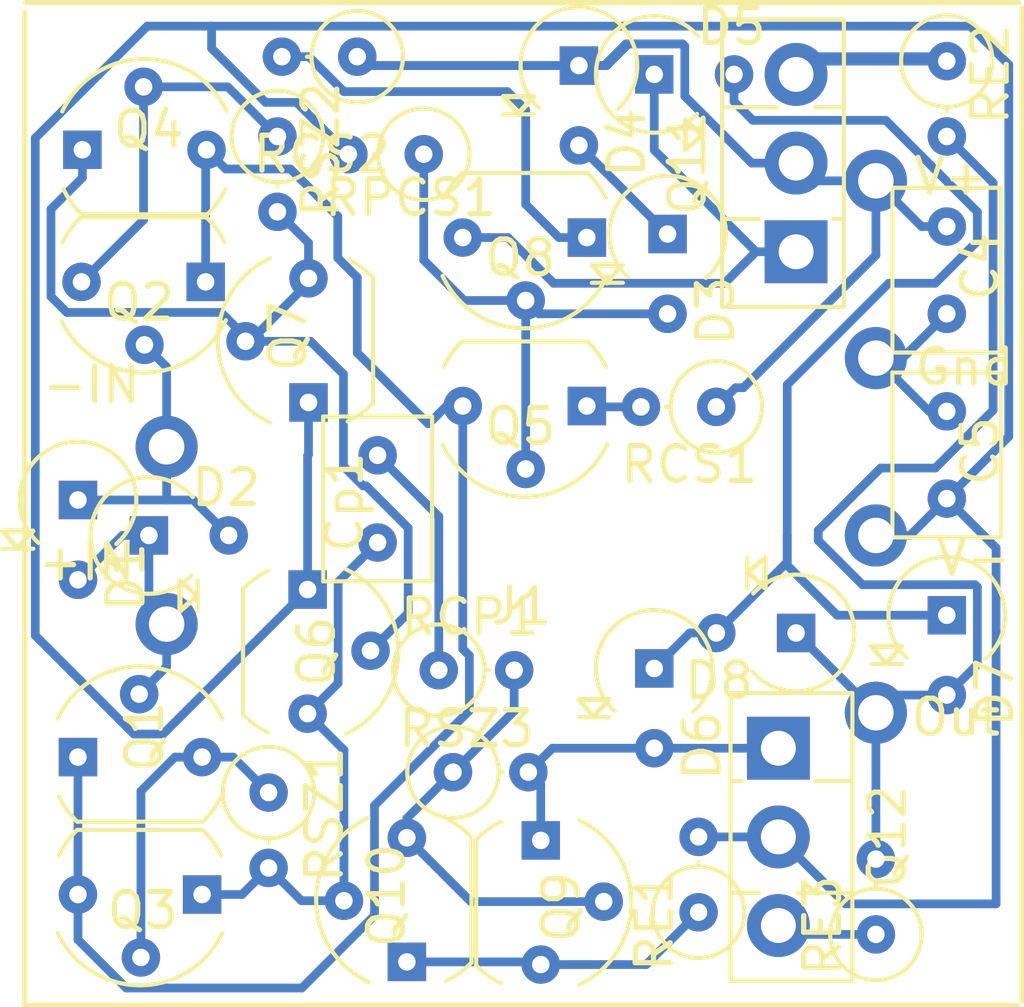
<source format=kicad_pcb>
(kicad_pcb (version 4) (host pcbnew 4.0.6)

  (general
    (links 61)
    (no_connects 0)
    (area 52.478438 70.995038 84.4886 100.859001)
    (thickness 1.6)
    (drawings 0)
    (tracks 198)
    (zones 0)
    (modules 34)
    (nets 24)
  )

  (page A4)
  (layers
    (0 F.Cu signal)
    (31 B.Cu signal)
    (32 B.Adhes user)
    (33 F.Adhes user)
    (34 B.Paste user hide)
    (35 F.Paste user)
    (36 B.SilkS user)
    (37 F.SilkS user hide)
    (38 B.Mask user hide)
    (39 F.Mask user)
    (40 Dwgs.User user hide)
    (41 Cmts.User user hide)
    (42 Eco1.User user hide)
    (43 Eco2.User user hide)
    (44 Edge.Cuts user hide)
    (45 Margin user)
    (46 B.CrtYd user hide)
    (47 F.CrtYd user hide)
    (48 B.Fab user hide)
    (49 F.Fab user hide)
  )

  (setup
    (last_trace_width 0.25)
    (trace_clearance 0.2)
    (zone_clearance 0.508)
    (zone_45_only no)
    (trace_min 0.2)
    (segment_width 0.2)
    (edge_width 0.1)
    (via_size 0.6)
    (via_drill 0.4)
    (via_min_size 0.4)
    (via_min_drill 0.3)
    (uvia_size 0.3)
    (uvia_drill 0.1)
    (uvias_allowed no)
    (uvia_min_size 0.2)
    (uvia_min_drill 0.1)
    (pcb_text_width 0.3)
    (pcb_text_size 1.5 1.5)
    (mod_edge_width 0.15)
    (mod_text_size 1 1)
    (mod_text_width 0.15)
    (pad_size 1.1 1.1)
    (pad_drill 0.5)
    (pad_to_mask_clearance 0)
    (aux_axis_origin 0 0)
    (visible_elements 7FFFFFFF)
    (pcbplotparams
      (layerselection 0x00000_80000000)
      (usegerberextensions false)
      (excludeedgelayer true)
      (linewidth 0.100000)
      (plotframeref false)
      (viasonmask false)
      (mode 1)
      (useauxorigin false)
      (hpglpennumber 1)
      (hpglpenspeed 20)
      (hpglpendiameter 15)
      (hpglpenoverlay 2)
      (psnegative false)
      (psa4output true)
      (plotreference true)
      (plotvalue true)
      (plotinvisibletext false)
      (padsonsilk false)
      (subtractmaskfromsilk false)
      (outputformat 2)
      (mirror true)
      (drillshape 1)
      (scaleselection 1)
      (outputdirectory ./))
  )

  (net 0 "")
  (net 1 /V+)
  (net 2 GND)
  (net 3 /In+)
  (net 4 "Net-(Q1-Pad1)")
  (net 5 /In-)
  (net 6 "Net-(Q2-Pad1)")
  (net 7 /ODiff)
  (net 8 "Net-(Q4-Pad3)")
  (net 9 /VrefCS)
  (net 10 "Net-(Q5-Pad3)")
  (net 11 /V-)
  (net 12 "Net-(Q8-Pad3)")
  (net 13 "Net-(D5-Pad1)")
  (net 14 "Net-(Cp1-Pad2)")
  (net 15 "Net-(D6-Pad2)")
  (net 16 "Net-(Q10-Pad3)")
  (net 17 "Net-(Q11-Pad1)")
  (net 18 /Emiter)
  (net 19 "Net-(Q12-Pad1)")
  (net 20 /Out)
  (net 21 "Net-(D3-Pad1)")
  (net 22 "Net-(D5-Pad2)")
  (net 23 "Net-(Q10-Pad1)")

  (net_class Default "This is the default net class."
    (clearance 0.2)
    (trace_width 0.25)
    (via_dia 0.6)
    (via_drill 0.4)
    (uvia_dia 0.3)
    (uvia_drill 0.1)
    (add_net /Emiter)
    (add_net /In+)
    (add_net /In-)
    (add_net /ODiff)
    (add_net /Out)
    (add_net /V+)
    (add_net /V-)
    (add_net /VrefCS)
    (add_net GND)
    (add_net "Net-(Cp1-Pad2)")
    (add_net "Net-(D3-Pad1)")
    (add_net "Net-(D5-Pad1)")
    (add_net "Net-(D5-Pad2)")
    (add_net "Net-(D6-Pad2)")
    (add_net "Net-(Q1-Pad1)")
    (add_net "Net-(Q10-Pad1)")
    (add_net "Net-(Q10-Pad3)")
    (add_net "Net-(Q11-Pad1)")
    (add_net "Net-(Q12-Pad1)")
    (add_net "Net-(Q2-Pad1)")
    (add_net "Net-(Q4-Pad3)")
    (add_net "Net-(Q5-Pad3)")
    (add_net "Net-(Q8-Pad3)")
  )

  (module Doa4FPLibrary:j990 (layer F.Cu) (tedit 5937DB14) (tstamp 5936E707)
    (at 69.85 87.122)
    (path /5936F09F)
    (fp_text reference J1 (at 0 2.024) (layer F.SilkS)
      (effects (font (size 1 1) (thickness 0.15)))
    )
    (fp_text value CONN_01X06 (at 0 1.024) (layer F.Fab)
      (effects (font (size 1 1) (thickness 0.15)))
    )
    (fp_text user +IN (at -12.446 0.762) (layer F.SilkS)
      (effects (font (size 1 1) (thickness 0.15)))
    )
    (fp_text user -IN (at -12.319 -4.318) (layer F.SilkS)
      (effects (font (size 1 1) (thickness 0.15)))
    )
    (fp_text user Out (at 12.446 5.207) (layer F.SilkS)
      (effects (font (size 1 1) (thickness 0.15)))
    )
    (fp_text user V- (at 12.954 0.635) (layer F.SilkS)
      (effects (font (size 1 1) (thickness 0.15)))
    )
    (fp_text user Gnd (at 12.7 -4.826) (layer F.SilkS)
      (effects (font (size 1 1) (thickness 0.15)))
    )
    (fp_text user V+ (at 12.319 -10.287) (layer F.SilkS)
      (effects (font (size 1 1) (thickness 0.15)))
    )
    (fp_line (start -14.224 13.462) (end 14.224 13.462) (layer F.SilkS) (width 0.15))
    (fp_line (start -14.224 -14.986) (end -14.224 13.462) (layer F.SilkS) (width 0.15))
    (fp_line (start 14.351 -15.113) (end 14.351 13.335) (layer F.SilkS) (width 0.15))
    (fp_line (start -14.1986 -15.2654) (end 14.2494 -15.2654) (layer F.SilkS) (width 0.15))
    (pad 6 thru_hole circle (at -10.16 2.54) (size 1.778 1.778) (drill 1.016) (layers *.Cu *.Mask)
      (net 3 /In+))
    (pad 5 thru_hole circle (at -10.16 -2.54) (size 1.778 1.778) (drill 1.016) (layers *.Cu *.Mask)
      (net 5 /In-))
    (pad 4 thru_hole circle (at 10.16 5.08) (size 1.778 1.778) (drill 1.016) (layers *.Cu *.Mask)
      (net 20 /Out))
    (pad 3 thru_hole circle (at 10.16 0) (size 1.778 1.778) (drill 1.016) (layers *.Cu *.Mask)
      (net 11 /V-))
    (pad 2 thru_hole circle (at 10.16 -5.08) (size 1.778 1.778) (drill 1.016) (layers *.Cu *.Mask)
      (net 2 GND))
    (pad 1 thru_hole circle (at 10.16 -10.16) (size 1.778 1.778) (drill 1.016) (layers *.Cu *.Mask)
      (net 1 /V+))
  )

  (module Doa4FPLibrary:D_DO-41_SOD81_P2.54mm_Vertical_AnodeUp_Doa4 (layer F.Cu) (tedit 5936DE36) (tstamp 5936E5A5)
    (at 82.042 89.408 270)
    (descr "D, DO-41_SOD81 series, Axial, Vertical, pin pitch=2.54mm, , length*diameter=5.2*2.7mm^2, , http://www.diodes.com/_files/packages/DO-41%20(Plastic).pdf")
    (tags "D DO-41_SOD81 series Axial Vertical pin pitch 2.54mm  length 5.2mm diameter 2.7mm")
    (path /592DD0B9)
    (fp_text reference D7 (at 2.2098 -1.3716 270) (layer F.SilkS)
      (effects (font (size 1 1) (thickness 0.15)))
    )
    (fp_text value D1N4148 (at 0.9398 1.0668 270) (layer F.Fab)
      (effects (font (size 1 1) (thickness 0.15)))
    )
    (fp_line (start 0.889 1.3208) (end 0.889 2.159) (layer F.SilkS) (width 0.15))
    (fp_line (start 0.889 2.159) (end 1.397 1.7272) (layer F.SilkS) (width 0.15))
    (fp_line (start 1.3716 1.7272) (end 0.889 1.2954) (layer F.SilkS) (width 0.15))
    (fp_arc (start 0 0) (end 1.257516 -1.1) (angle -276.1) (layer F.SilkS) (width 0.12))
    (fp_circle (center 0 0) (end 1.35 0) (layer F.Fab) (width 0.1))
    (fp_line (start 0 0) (end 2.54 0) (layer F.Fab) (width 0.1))
    (fp_line (start 1.397 1.28) (end 1.397 2.169) (layer F.SilkS) (width 0.12))
    (fp_text user K (at 3.2512 0 270) (layer F.Fab)
      (effects (font (size 1 1) (thickness 0.15)))
    )
    (pad 1 thru_hole rect (at 0 0 270) (size 1.1 1.1) (drill 0.5) (layers *.Cu *.Mask)
      (net 22 "Net-(D5-Pad2)"))
    (pad 2 thru_hole oval (at 2.286 0 270) (size 1.1 1.1) (drill 0.5) (layers *.Cu *.Mask)
      (net 20 /Out))
    (model Diodes_THT.3dshapes/D_DO-41_SOD81_P2.54mm_Vertical_AnodeUp.wrl
      (at (xyz 0 0 0))
      (scale (xyz 0.393701 0.393701 0.393701))
      (rotate (xyz 0 0 0))
    )
  )

  (module Doa4FPLibrary:TO-92_Molded_Wide_BCXXX (layer F.Cu) (tedit 5937E824) (tstamp 5936CAFB)
    (at 63.7286 87.9094 270)
    (descr "TO-92 leads molded, wide, drill 0.8mm (see NXP sot054_po.pdf)")
    (tags "to-92 sc-43 sc-43a sot54 PA33 transistor")
    (path /592DC058)
    (fp_text reference Q6 (at 2.54 -0.254 450) (layer F.SilkS)
      (effects (font (size 1 1) (thickness 0.15)))
    )
    (fp_text value BC547 (at 2.667 1.143 270) (layer F.Fab)
      (effects (font (size 1 1) (thickness 0.15)))
    )
    (fp_line (start 0.74 1.85) (end 4.34 1.85) (layer F.SilkS) (width 0.12))
    (fp_line (start 0.8 1.75) (end 4.3 1.75) (layer F.Fab) (width 0.1))
    (fp_arc (start 2.54 0) (end 0.74 1.85) (angle 20) (layer F.SilkS) (width 0.12))
    (fp_arc (start 2.54 0) (end 2.54 -2.6) (angle -65) (layer F.SilkS) (width 0.12))
    (fp_arc (start 2.54 0) (end 2.54 -2.6) (angle 65) (layer F.SilkS) (width 0.12))
    (fp_arc (start 2.54 0) (end 2.54 -2.48) (angle 135) (layer F.Fab) (width 0.1))
    (fp_arc (start 2.54 0) (end 2.54 -2.48) (angle -135) (layer F.Fab) (width 0.1))
    (fp_arc (start 2.54 0) (end 4.34 1.85) (angle -20) (layer F.SilkS) (width 0.12))
    (pad 2 thru_hole circle (at 2.5146 -1.8034) (size 1.1 1.1) (drill 0.5) (layers *.Cu *.Mask)
      (net 8 "Net-(Q4-Pad3)"))
    (pad 1 thru_hole circle (at 4.318 0) (size 1.1 1.1) (drill 0.5) (layers *.Cu *.Mask)
      (net 7 /ODiff))
    (pad 3 thru_hole rect (at 0.762 0) (size 1.1 1.1) (drill 0.5) (layers *.Cu *.Mask)
      (net 11 /V-))
    (model TO_SOT_Packages_THT.3dshapes/TO-92_Molded_Wide.wrl
      (at (xyz 0.1 0 0))
      (scale (xyz 1 1 1))
      (rotate (xyz 0 0 -90))
    )
  )

  (module Doa4FPLibrary:TO-92_Molded_Wide_BCXXX (layer F.Cu) (tedit 5936DFE1) (tstamp 5936CAE8)
    (at 72.4916 83.4136 180)
    (descr "TO-92 leads molded, wide, drill 0.8mm (see NXP sot054_po.pdf)")
    (tags "to-92 sc-43 sc-43a sot54 PA33 transistor")
    (path /592DBDF2)
    (fp_text reference Q5 (at 2.667 -0.5842 360) (layer F.SilkS)
      (effects (font (size 1 1) (thickness 0.15)))
    )
    (fp_text value BC557 (at 2.667 1.143 180) (layer F.Fab)
      (effects (font (size 1 1) (thickness 0.15)))
    )
    (fp_line (start 0.74 1.85) (end 4.34 1.85) (layer F.SilkS) (width 0.12))
    (fp_line (start 0.8 1.75) (end 4.3 1.75) (layer F.Fab) (width 0.1))
    (fp_arc (start 2.54 0) (end 0.74 1.85) (angle 20) (layer F.SilkS) (width 0.12))
    (fp_arc (start 2.54 0) (end 2.54 -2.6) (angle -65) (layer F.SilkS) (width 0.12))
    (fp_arc (start 2.54 0) (end 2.54 -2.6) (angle 65) (layer F.SilkS) (width 0.12))
    (fp_arc (start 2.54 0) (end 2.54 -2.48) (angle 135) (layer F.Fab) (width 0.1))
    (fp_arc (start 2.54 0) (end 2.54 -2.48) (angle -135) (layer F.Fab) (width 0.1))
    (fp_arc (start 2.54 0) (end 4.34 1.85) (angle -20) (layer F.SilkS) (width 0.12))
    (pad 2 thru_hole circle (at 2.5146 -1.8034 270) (size 1.1 1.1) (drill 0.5) (layers *.Cu *.Mask)
      (net 9 /VrefCS))
    (pad 1 thru_hole circle (at 4.318 0 270) (size 1.1 1.1) (drill 0.5) (layers *.Cu *.Mask)
      (net 18 /Emiter))
    (pad 3 thru_hole rect (at 0.762 0 270) (size 1.1 1.1) (drill 0.5) (layers *.Cu *.Mask)
      (net 10 "Net-(Q5-Pad3)"))
    (model TO_SOT_Packages_THT.3dshapes/TO-92_Molded_Wide.wrl
      (at (xyz 0.1 0 0))
      (scale (xyz 1 1 1))
      (rotate (xyz 0 0 -90))
    )
  )

  (module Doa4FPLibrary:R_Axial_DIN0207_L6.3mm_D2.5mm_P2.54mm_Vertical_Doa4 (layer F.Cu) (tedit 5936DD8A) (tstamp 5936D249)
    (at 82.042 73.533 270)
    (descr "Resistor, Axial_DIN0207 series, Axial, Vertical, pin pitch=2.54mm, 0.25W = 1/4W, length*diameter=6.3*2.5mm^2, http://cdn-reichelt.de/documents/datenblatt/B400/1_4W%23YAG.pdf")
    (tags "Resistor Axial_DIN0207 series Axial Vertical pin pitch 2.54mm 0.25W = 1/4W length 6.3mm diameter 2.5mm")
    (path /592DCB70)
    (fp_text reference RE2 (at 0.381 -1.2446 270) (layer F.SilkS)
      (effects (font (size 1 1) (thickness 0.15)))
    )
    (fp_text value 10 (at 0.6604 1.2192 270) (layer F.Fab)
      (effects (font (size 1 1) (thickness 0.15)))
    )
    (fp_circle (center 0 0) (end 1.25 0) (layer F.Fab) (width 0.1))
    (fp_circle (center 0 0) (end 1.31 0) (layer F.SilkS) (width 0.12))
    (fp_line (start 0 0) (end 2.54 0) (layer F.Fab) (width 0.1))
    (fp_line (start 1.31 0) (end 1.44 0) (layer F.SilkS) (width 0.12))
    (pad 1 thru_hole circle (at 0 0 270) (size 1.1 1.1) (drill 0.5) (layers *.Cu *.Mask)
      (net 17 "Net-(Q11-Pad1)"))
    (pad 2 thru_hole oval (at 2.159 0 270) (size 1.1 1.1) (drill 0.5) (layers *.Cu *.Mask)
      (net 20 /Out))
    (model Resistors_THT.3dshapes/R_Axial_DIN0207_L6.3mm_D2.5mm_P2.54mm_Vertical.wrl
      (at (xyz 0 0 0))
      (scale (xyz 0.393701 0.393701 0.393701))
      (rotate (xyz 0 0 0))
    )
  )

  (module Doa4FPLibrary:R_Axial_DIN0207_L6.3mm_D2.5mm_P2.54mm_Vertical_Doa4 (layer F.Cu) (tedit 5937EC8E) (tstamp 5938549D)
    (at 67.4878 90.9828)
    (descr "Resistor, Axial_DIN0207 series, Axial, Vertical, pin pitch=2.54mm, 0.25W = 1/4W, length*diameter=6.3*2.5mm^2, http://cdn-reichelt.de/documents/datenblatt/B400/1_4W%23YAG.pdf")
    (tags "Resistor Axial_DIN0207 series Axial Vertical pin pitch 2.54mm 0.25W = 1/4W length 6.3mm diameter 2.5mm")
    (path /5938275E)
    (fp_text reference RCP1 (at 0.889 -1.524) (layer F.SilkS)
      (effects (font (size 1 1) (thickness 0.15)))
    )
    (fp_text value 380 (at 0.6604 1.2192) (layer F.Fab)
      (effects (font (size 1 1) (thickness 0.15)))
    )
    (fp_circle (center 0 0) (end 1.25 0) (layer F.Fab) (width 0.1))
    (fp_circle (center 0 0) (end 1.31 0) (layer F.SilkS) (width 0.12))
    (fp_line (start 0 0) (end 2.54 0) (layer F.Fab) (width 0.1))
    (fp_line (start 1.31 0) (end 1.44 0) (layer F.SilkS) (width 0.12))
    (pad 1 thru_hole circle (at 0 0) (size 1.1 1.1) (drill 0.5) (layers *.Cu *.Mask)
      (net 14 "Net-(Cp1-Pad2)"))
    (pad 2 thru_hole oval (at 2.159 0) (size 1.1 1.1) (drill 0.5) (layers *.Cu *.Mask)
      (net 23 "Net-(Q10-Pad1)"))
    (model Resistors_THT.3dshapes/R_Axial_DIN0207_L6.3mm_D2.5mm_P2.54mm_Vertical.wrl
      (at (xyz 0 0 0))
      (scale (xyz 0.393701 0.393701 0.393701))
      (rotate (xyz 0 0 0))
    )
  )

  (module Doa4FPLibrary:R_Axial_DIN0207_L6.3mm_D2.5mm_P2.54mm_Vertical_Doa4 (layer F.Cu) (tedit 5937E3F8) (tstamp 5936D243)
    (at 74.93 97.917 90)
    (descr "Resistor, Axial_DIN0207 series, Axial, Vertical, pin pitch=2.54mm, 0.25W = 1/4W, length*diameter=6.3*2.5mm^2, http://cdn-reichelt.de/documents/datenblatt/B400/1_4W%23YAG.pdf")
    (tags "Resistor Axial_DIN0207 series Axial Vertical pin pitch 2.54mm 0.25W = 1/4W length 6.3mm diameter 2.5mm")
    (path /592DC702)
    (fp_text reference RE1 (at -0.254 -1.27 90) (layer F.SilkS)
      (effects (font (size 1 1) (thickness 0.15)))
    )
    (fp_text value 150 (at 0.6604 1.2192 90) (layer F.Fab)
      (effects (font (size 1 1) (thickness 0.15)))
    )
    (fp_circle (center 0 0) (end 1.25 0) (layer F.Fab) (width 0.1))
    (fp_circle (center 0 0) (end 1.31 0) (layer F.SilkS) (width 0.12))
    (fp_line (start 0 0) (end 2.54 0) (layer F.Fab) (width 0.1))
    (fp_line (start 1.31 0) (end 1.44 0) (layer F.SilkS) (width 0.12))
    (pad 1 thru_hole circle (at 0 0 90) (size 1.1 1.1) (drill 0.5) (layers *.Cu *.Mask)
      (net 16 "Net-(Q10-Pad3)"))
    (pad 2 thru_hole oval (at 2.159 0 90) (size 1.1 1.1) (drill 0.5) (layers *.Cu *.Mask)
      (net 11 /V-))
    (model Resistors_THT.3dshapes/R_Axial_DIN0207_L6.3mm_D2.5mm_P2.54mm_Vertical.wrl
      (at (xyz 0 0 0))
      (scale (xyz 0.393701 0.393701 0.393701))
      (rotate (xyz 0 0 0))
    )
  )

  (module Doa4FPLibrary:R_Axial_DIN0207_L6.3mm_D2.5mm_P2.54mm_Vertical_Doa4 (layer F.Cu) (tedit 5937E642) (tstamp 5936D267)
    (at 67.8942 93.9038)
    (descr "Resistor, Axial_DIN0207 series, Axial, Vertical, pin pitch=2.54mm, 0.25W = 1/4W, length*diameter=6.3*2.5mm^2, http://cdn-reichelt.de/documents/datenblatt/B400/1_4W%23YAG.pdf")
    (tags "Resistor Axial_DIN0207 series Axial Vertical pin pitch 2.54mm 0.25W = 1/4W length 6.3mm diameter 2.5mm")
    (path /592DC668)
    (fp_text reference RSZ3 (at 0.381 -1.2446) (layer F.SilkS)
      (effects (font (size 1 1) (thickness 0.15)))
    )
    (fp_text value 3800 (at 0.508 1.016) (layer F.Fab)
      (effects (font (size 1 1) (thickness 0.15)))
    )
    (fp_circle (center 0 0) (end 1.25 0) (layer F.Fab) (width 0.1))
    (fp_circle (center 0 0) (end 1.31 0) (layer F.SilkS) (width 0.12))
    (fp_line (start 0 0) (end 2.54 0) (layer F.Fab) (width 0.1))
    (fp_line (start 1.31 0) (end 1.44 0) (layer F.SilkS) (width 0.12))
    (pad 1 thru_hole circle (at 0 0) (size 1.1 1.1) (drill 0.5) (layers *.Cu *.Mask)
      (net 23 "Net-(Q10-Pad1)"))
    (pad 2 thru_hole oval (at 2.159 0) (size 1.1 1.1) (drill 0.5) (layers *.Cu *.Mask)
      (net 15 "Net-(D6-Pad2)"))
    (model Resistors_THT.3dshapes/R_Axial_DIN0207_L6.3mm_D2.5mm_P2.54mm_Vertical.wrl
      (at (xyz 0 0 0))
      (scale (xyz 0.393701 0.393701 0.393701))
      (rotate (xyz 0 0 0))
    )
  )

  (module Doa4FPLibrary:TO-92_Molded_Wide_BCXXX (layer F.Cu) (tedit 5936DADC) (tstamp 5936CB47)
    (at 66.5734 100.1014 90)
    (descr "TO-92 leads molded, wide, drill 0.8mm (see NXP sot054_po.pdf)")
    (tags "to-92 sc-43 sc-43a sot54 PA33 transistor")
    (path /592DC62F)
    (fp_text reference Q10 (at 2.667 -0.5842 270) (layer F.SilkS)
      (effects (font (size 1 1) (thickness 0.15)))
    )
    (fp_text value BC547 (at 2.667 1.143 90) (layer F.Fab)
      (effects (font (size 1 1) (thickness 0.15)))
    )
    (fp_line (start 0.74 1.85) (end 4.34 1.85) (layer F.SilkS) (width 0.12))
    (fp_line (start 0.8 1.75) (end 4.3 1.75) (layer F.Fab) (width 0.1))
    (fp_arc (start 2.54 0) (end 0.74 1.85) (angle 20) (layer F.SilkS) (width 0.12))
    (fp_arc (start 2.54 0) (end 2.54 -2.6) (angle -65) (layer F.SilkS) (width 0.12))
    (fp_arc (start 2.54 0) (end 2.54 -2.6) (angle 65) (layer F.SilkS) (width 0.12))
    (fp_arc (start 2.54 0) (end 2.54 -2.48) (angle 135) (layer F.Fab) (width 0.1))
    (fp_arc (start 2.54 0) (end 2.54 -2.48) (angle -135) (layer F.Fab) (width 0.1))
    (fp_arc (start 2.54 0) (end 4.34 1.85) (angle -20) (layer F.SilkS) (width 0.12))
    (pad 2 thru_hole circle (at 2.5146 -1.8034 180) (size 1.1 1.1) (drill 0.5) (layers *.Cu *.Mask)
      (net 7 /ODiff))
    (pad 1 thru_hole circle (at 4.318 0 180) (size 1.1 1.1) (drill 0.5) (layers *.Cu *.Mask)
      (net 23 "Net-(Q10-Pad1)"))
    (pad 3 thru_hole rect (at 0.762 0 180) (size 1.1 1.1) (drill 0.5) (layers *.Cu *.Mask)
      (net 16 "Net-(Q10-Pad3)"))
    (model TO_SOT_Packages_THT.3dshapes/TO-92_Molded_Wide.wrl
      (at (xyz 0.1 0 0))
      (scale (xyz 1 1 1))
      (rotate (xyz 0 0 -90))
    )
  )

  (module Doa4FPLibrary:R_Axial_DIN0207_L6.3mm_D2.5mm_P2.54mm_Vertical_Doa4 (layer F.Cu) (tedit 5937EB80) (tstamp 5936CB83)
    (at 75.438 83.439 180)
    (descr "Resistor, Axial_DIN0207 series, Axial, Vertical, pin pitch=2.54mm, 0.25W = 1/4W, length*diameter=6.3*2.5mm^2, http://cdn-reichelt.de/documents/datenblatt/B400/1_4W%23YAG.pdf")
    (tags "Resistor Axial_DIN0207 series Axial Vertical pin pitch 2.54mm 0.25W = 1/4W length 6.3mm diameter 2.5mm")
    (path /592DBEC2)
    (fp_text reference RCS1 (at 0.762 -1.651 180) (layer F.SilkS)
      (effects (font (size 1 1) (thickness 0.15)))
    )
    (fp_text value 2700 (at 0.6604 1.2192 180) (layer F.Fab)
      (effects (font (size 1 1) (thickness 0.15)))
    )
    (fp_circle (center 0 0) (end 1.25 0) (layer F.Fab) (width 0.1))
    (fp_circle (center 0 0) (end 1.31 0) (layer F.SilkS) (width 0.12))
    (fp_line (start 0 0) (end 2.54 0) (layer F.Fab) (width 0.1))
    (fp_line (start 1.31 0) (end 1.44 0) (layer F.SilkS) (width 0.12))
    (pad 1 thru_hole circle (at 0 0 180) (size 1.1 1.1) (drill 0.5) (layers *.Cu *.Mask)
      (net 1 /V+))
    (pad 2 thru_hole oval (at 2.159 0 180) (size 1.1 1.1) (drill 0.5) (layers *.Cu *.Mask)
      (net 10 "Net-(Q5-Pad3)"))
    (model Resistors_THT.3dshapes/R_Axial_DIN0207_L6.3mm_D2.5mm_P2.54mm_Vertical.wrl
      (at (xyz 0 0 0))
      (scale (xyz 0.393701 0.393701 0.393701))
      (rotate (xyz 0 0 0))
    )
  )

  (module Doa4FPLibrary:D_DO-41_SOD81_P2.54mm_Vertical_AnodeUp_Doa4 (layer F.Cu) (tedit 5936DE36) (tstamp 5936D41B)
    (at 74.041 78.486 270)
    (descr "D, DO-41_SOD81 series, Axial, Vertical, pin pitch=2.54mm, , length*diameter=5.2*2.7mm^2, , http://www.diodes.com/_files/packages/DO-41%20(Plastic).pdf")
    (tags "D DO-41_SOD81 series Axial Vertical pin pitch 2.54mm  length 5.2mm diameter 2.7mm")
    (path /592DBEDB)
    (fp_text reference D3 (at 2.2098 -1.3716 270) (layer F.SilkS)
      (effects (font (size 1 1) (thickness 0.15)))
    )
    (fp_text value D1N4148 (at 0.9398 1.0668 270) (layer F.Fab)
      (effects (font (size 1 1) (thickness 0.15)))
    )
    (fp_line (start 0.889 1.3208) (end 0.889 2.159) (layer F.SilkS) (width 0.15))
    (fp_line (start 0.889 2.159) (end 1.397 1.7272) (layer F.SilkS) (width 0.15))
    (fp_line (start 1.3716 1.7272) (end 0.889 1.2954) (layer F.SilkS) (width 0.15))
    (fp_arc (start 0 0) (end 1.257516 -1.1) (angle -276.1) (layer F.SilkS) (width 0.12))
    (fp_circle (center 0 0) (end 1.35 0) (layer F.Fab) (width 0.1))
    (fp_line (start 0 0) (end 2.54 0) (layer F.Fab) (width 0.1))
    (fp_line (start 1.397 1.28) (end 1.397 2.169) (layer F.SilkS) (width 0.12))
    (fp_text user K (at 3.2512 0 270) (layer F.Fab)
      (effects (font (size 1 1) (thickness 0.15)))
    )
    (pad 1 thru_hole rect (at 0 0 270) (size 1.1 1.1) (drill 0.5) (layers *.Cu *.Mask)
      (net 21 "Net-(D3-Pad1)"))
    (pad 2 thru_hole oval (at 2.286 0 270) (size 1.1 1.1) (drill 0.5) (layers *.Cu *.Mask)
      (net 9 /VrefCS))
    (model Diodes_THT.3dshapes/D_DO-41_SOD81_P2.54mm_Vertical_AnodeUp.wrl
      (at (xyz 0 0 0))
      (scale (xyz 0.393701 0.393701 0.393701))
      (rotate (xyz 0 0 0))
    )
  )

  (module Doa4FPLibrary:TO-92_Molded_Wide_BCXXX (layer F.Cu) (tedit 5936DADC) (tstamp 5936CB34)
    (at 70.4088 95.0976 270)
    (descr "TO-92 leads molded, wide, drill 0.8mm (see NXP sot054_po.pdf)")
    (tags "to-92 sc-43 sc-43a sot54 PA33 transistor")
    (path /592DC5D2)
    (fp_text reference Q9 (at 2.667 -0.5842 450) (layer F.SilkS)
      (effects (font (size 1 1) (thickness 0.15)))
    )
    (fp_text value BC557 (at 2.667 1.143 270) (layer F.Fab)
      (effects (font (size 1 1) (thickness 0.15)))
    )
    (fp_line (start 0.74 1.85) (end 4.34 1.85) (layer F.SilkS) (width 0.12))
    (fp_line (start 0.8 1.75) (end 4.3 1.75) (layer F.Fab) (width 0.1))
    (fp_arc (start 2.54 0) (end 0.74 1.85) (angle 20) (layer F.SilkS) (width 0.12))
    (fp_arc (start 2.54 0) (end 2.54 -2.6) (angle -65) (layer F.SilkS) (width 0.12))
    (fp_arc (start 2.54 0) (end 2.54 -2.6) (angle 65) (layer F.SilkS) (width 0.12))
    (fp_arc (start 2.54 0) (end 2.54 -2.48) (angle 135) (layer F.Fab) (width 0.1))
    (fp_arc (start 2.54 0) (end 2.54 -2.48) (angle -135) (layer F.Fab) (width 0.1))
    (fp_arc (start 2.54 0) (end 4.34 1.85) (angle -20) (layer F.SilkS) (width 0.12))
    (pad 2 thru_hole circle (at 2.5146 -1.8034) (size 1.1 1.1) (drill 0.5) (layers *.Cu *.Mask)
      (net 23 "Net-(Q10-Pad1)"))
    (pad 1 thru_hole circle (at 4.318 0) (size 1.1 1.1) (drill 0.5) (layers *.Cu *.Mask)
      (net 16 "Net-(Q10-Pad3)"))
    (pad 3 thru_hole rect (at 0.762 0) (size 1.1 1.1) (drill 0.5) (layers *.Cu *.Mask)
      (net 15 "Net-(D6-Pad2)"))
    (model TO_SOT_Packages_THT.3dshapes/TO-92_Molded_Wide.wrl
      (at (xyz 0.1 0 0))
      (scale (xyz 1 1 1))
      (rotate (xyz 0 0 -90))
    )
  )

  (module Doa4FPLibrary:R_Axial_DIN0207_L6.3mm_D2.5mm_P2.54mm_Vertical_Doa4 (layer F.Cu) (tedit 5937E862) (tstamp 5936CB89)
    (at 65.151 73.406 180)
    (descr "Resistor, Axial_DIN0207 series, Axial, Vertical, pin pitch=2.54mm, 0.25W = 1/4W, length*diameter=6.3*2.5mm^2, http://cdn-reichelt.de/documents/datenblatt/B400/1_4W%23YAG.pdf")
    (tags "Resistor Axial_DIN0207 series Axial Vertical pin pitch 2.54mm 0.25W = 1/4W length 6.3mm diameter 2.5mm")
    (path /592DC3EC)
    (fp_text reference RCS2 (at 1.016 -2.794 180) (layer F.SilkS)
      (effects (font (size 1 1) (thickness 0.15)))
    )
    (fp_text value 150 (at 0.6604 1.2192 180) (layer F.Fab)
      (effects (font (size 1 1) (thickness 0.15)))
    )
    (fp_circle (center 0 0) (end 1.25 0) (layer F.Fab) (width 0.1))
    (fp_circle (center 0 0) (end 1.31 0) (layer F.SilkS) (width 0.12))
    (fp_line (start 0 0) (end 2.54 0) (layer F.Fab) (width 0.1))
    (fp_line (start 1.31 0) (end 1.44 0) (layer F.SilkS) (width 0.12))
    (pad 1 thru_hole circle (at 0 0 180) (size 1.1 1.1) (drill 0.5) (layers *.Cu *.Mask)
      (net 1 /V+))
    (pad 2 thru_hole oval (at 2.159 0 180) (size 1.1 1.1) (drill 0.5) (layers *.Cu *.Mask)
      (net 12 "Net-(Q8-Pad3)"))
    (model Resistors_THT.3dshapes/R_Axial_DIN0207_L6.3mm_D2.5mm_P2.54mm_Vertical.wrl
      (at (xyz 0 0 0))
      (scale (xyz 0.393701 0.393701 0.393701))
      (rotate (xyz 0 0 0))
    )
  )

  (module Doa4FPLibrary:TO-126_Vertical_Doa4 (layer F.Cu) (tedit 5936C14A) (tstamp 5936CB62)
    (at 77.724 78.994 90)
    (descr "TO-126, Vertical, RM 2.54mm")
    (tags "TO-126 Vertical RM 2.54mm")
    (path /592DCB48)
    (fp_text reference Q11 (at 2.54 -3.12 90) (layer F.SilkS)
      (effects (font (size 1 1) (thickness 0.15)))
    )
    (fp_text value BD139 (at 2.54 3.27 90) (layer F.Fab)
      (effects (font (size 1 1) (thickness 0.15)))
    )
    (fp_line (start 6.5532 -1.7272) (end -1.4224 -1.7272) (layer F.Fab) (width 0.15))
    (fp_line (start -1.46 -2) (end -1.46 1.25) (layer F.Fab) (width 0.1))
    (fp_line (start -1.46 1.25) (end 6.54 1.25) (layer F.Fab) (width 0.1))
    (fp_line (start 6.54 1.25) (end 6.54 -2) (layer F.Fab) (width 0.1))
    (fp_line (start 6.54 -2) (end -1.46 -2) (layer F.Fab) (width 0.1))
    (fp_line (start 0.94 -2) (end 0.94 1.25) (layer F.Fab) (width 0.1))
    (fp_line (start 4.14 -2) (end 4.14 1.25) (layer F.Fab) (width 0.1))
    (fp_line (start -1.58 -2.12) (end 6.66 -2.12) (layer F.SilkS) (width 0.12))
    (fp_line (start -1.58 1.37) (end 6.66 1.37) (layer F.SilkS) (width 0.12))
    (fp_line (start -1.58 -2.12) (end -1.58 1.37) (layer F.SilkS) (width 0.12))
    (fp_line (start 6.66 -2.12) (end 6.66 1.37) (layer F.SilkS) (width 0.12))
    (fp_line (start 0.94 -2.12) (end 0.94 -1.05) (layer F.SilkS) (width 0.12))
    (fp_line (start 0.94 1.05) (end 0.94 1.37) (layer F.SilkS) (width 0.12))
    (fp_line (start 4.141 -2.12) (end 4.141 -0.54) (layer F.SilkS) (width 0.12))
    (fp_line (start 4.141 0.54) (end 4.141 1.37) (layer F.SilkS) (width 0.12))
    (fp_line (start -1.71 -2.25) (end -1.71 1.5) (layer F.CrtYd) (width 0.05))
    (fp_line (start -1.71 1.5) (end 6.79 1.5) (layer F.CrtYd) (width 0.05))
    (fp_line (start 6.79 1.5) (end 6.79 -2.25) (layer F.CrtYd) (width 0.05))
    (fp_line (start 6.79 -2.25) (end -1.71 -2.25) (layer F.CrtYd) (width 0.05))
    (fp_text user %R (at 2.54 -3.12 90) (layer F.Fab)
      (effects (font (size 1 1) (thickness 0.15)))
    )
    (pad 3 thru_hole rect (at 0 0 90) (size 1.8 1.8) (drill 1) (layers *.Cu *.Mask)
      (net 13 "Net-(D5-Pad1)"))
    (pad 2 thru_hole oval (at 2.54 0 90) (size 1.8 1.8) (drill 1) (layers *.Cu *.Mask)
      (net 1 /V+))
    (pad 1 thru_hole oval (at 5.08 0 90) (size 1.8 1.8) (drill 1) (layers *.Cu *.Mask)
      (net 17 "Net-(Q11-Pad1)"))
    (model TO_SOT_Packages_THT.3dshapes/TO-126_Vertical.wrl
      (at (xyz 0.1 0 0))
      (scale (xyz 1 1 1))
      (rotate (xyz 0 0 0))
    )
  )

  (module Doa4FPLibrary:TO-126_Vertical_Doa4 (layer F.Cu) (tedit 5936C14A) (tstamp 5936CB7D)
    (at 77.216 93.218 270)
    (descr "TO-126, Vertical, RM 2.54mm")
    (tags "TO-126 Vertical RM 2.54mm")
    (path /592DCB57)
    (fp_text reference Q12 (at 2.54 -3.12 270) (layer F.SilkS)
      (effects (font (size 1 1) (thickness 0.15)))
    )
    (fp_text value BD140 (at 2.54 3.27 270) (layer F.Fab)
      (effects (font (size 1 1) (thickness 0.15)))
    )
    (fp_line (start 6.5532 -1.7272) (end -1.4224 -1.7272) (layer F.Fab) (width 0.15))
    (fp_line (start -1.46 -2) (end -1.46 1.25) (layer F.Fab) (width 0.1))
    (fp_line (start -1.46 1.25) (end 6.54 1.25) (layer F.Fab) (width 0.1))
    (fp_line (start 6.54 1.25) (end 6.54 -2) (layer F.Fab) (width 0.1))
    (fp_line (start 6.54 -2) (end -1.46 -2) (layer F.Fab) (width 0.1))
    (fp_line (start 0.94 -2) (end 0.94 1.25) (layer F.Fab) (width 0.1))
    (fp_line (start 4.14 -2) (end 4.14 1.25) (layer F.Fab) (width 0.1))
    (fp_line (start -1.58 -2.12) (end 6.66 -2.12) (layer F.SilkS) (width 0.12))
    (fp_line (start -1.58 1.37) (end 6.66 1.37) (layer F.SilkS) (width 0.12))
    (fp_line (start -1.58 -2.12) (end -1.58 1.37) (layer F.SilkS) (width 0.12))
    (fp_line (start 6.66 -2.12) (end 6.66 1.37) (layer F.SilkS) (width 0.12))
    (fp_line (start 0.94 -2.12) (end 0.94 -1.05) (layer F.SilkS) (width 0.12))
    (fp_line (start 0.94 1.05) (end 0.94 1.37) (layer F.SilkS) (width 0.12))
    (fp_line (start 4.141 -2.12) (end 4.141 -0.54) (layer F.SilkS) (width 0.12))
    (fp_line (start 4.141 0.54) (end 4.141 1.37) (layer F.SilkS) (width 0.12))
    (fp_line (start -1.71 -2.25) (end -1.71 1.5) (layer F.CrtYd) (width 0.05))
    (fp_line (start -1.71 1.5) (end 6.79 1.5) (layer F.CrtYd) (width 0.05))
    (fp_line (start 6.79 1.5) (end 6.79 -2.25) (layer F.CrtYd) (width 0.05))
    (fp_line (start 6.79 -2.25) (end -1.71 -2.25) (layer F.CrtYd) (width 0.05))
    (fp_text user %R (at 2.54 -3.12 270) (layer F.Fab)
      (effects (font (size 1 1) (thickness 0.15)))
    )
    (pad 3 thru_hole rect (at 0 0 270) (size 1.8 1.8) (drill 1) (layers *.Cu *.Mask)
      (net 15 "Net-(D6-Pad2)"))
    (pad 2 thru_hole oval (at 2.54 0 270) (size 1.8 1.8) (drill 1) (layers *.Cu *.Mask)
      (net 11 /V-))
    (pad 1 thru_hole oval (at 5.08 0 270) (size 1.8 1.8) (drill 1) (layers *.Cu *.Mask)
      (net 19 "Net-(Q12-Pad1)"))
    (model TO_SOT_Packages_THT.3dshapes/TO-126_Vertical.wrl
      (at (xyz 0.1 0 0))
      (scale (xyz 1 1 1))
      (rotate (xyz 0 0 0))
    )
  )

  (module Doa4FPLibrary:TO-92_Molded_Wide_BCXXX (layer F.Cu) (tedit 5936DADC) (tstamp 5936CB21)
    (at 72.4916 78.5876 180)
    (descr "TO-92 leads molded, wide, drill 0.8mm (see NXP sot054_po.pdf)")
    (tags "to-92 sc-43 sc-43a sot54 PA33 transistor")
    (path /592DC3F2)
    (fp_text reference Q8 (at 2.667 -0.5842 360) (layer F.SilkS)
      (effects (font (size 1 1) (thickness 0.15)))
    )
    (fp_text value BC557 (at 2.667 1.143 180) (layer F.Fab)
      (effects (font (size 1 1) (thickness 0.15)))
    )
    (fp_line (start 0.74 1.85) (end 4.34 1.85) (layer F.SilkS) (width 0.12))
    (fp_line (start 0.8 1.75) (end 4.3 1.75) (layer F.Fab) (width 0.1))
    (fp_arc (start 2.54 0) (end 0.74 1.85) (angle 20) (layer F.SilkS) (width 0.12))
    (fp_arc (start 2.54 0) (end 2.54 -2.6) (angle -65) (layer F.SilkS) (width 0.12))
    (fp_arc (start 2.54 0) (end 2.54 -2.6) (angle 65) (layer F.SilkS) (width 0.12))
    (fp_arc (start 2.54 0) (end 2.54 -2.48) (angle 135) (layer F.Fab) (width 0.1))
    (fp_arc (start 2.54 0) (end 2.54 -2.48) (angle -135) (layer F.Fab) (width 0.1))
    (fp_arc (start 2.54 0) (end 4.34 1.85) (angle -20) (layer F.SilkS) (width 0.12))
    (pad 2 thru_hole circle (at 2.5146 -1.8034 270) (size 1.1 1.1) (drill 0.5) (layers *.Cu *.Mask)
      (net 9 /VrefCS))
    (pad 1 thru_hole circle (at 4.318 0 270) (size 1.1 1.1) (drill 0.5) (layers *.Cu *.Mask)
      (net 13 "Net-(D5-Pad1)"))
    (pad 3 thru_hole rect (at 0.762 0 270) (size 1.1 1.1) (drill 0.5) (layers *.Cu *.Mask)
      (net 12 "Net-(Q8-Pad3)"))
    (model TO_SOT_Packages_THT.3dshapes/TO-92_Molded_Wide.wrl
      (at (xyz 0.1 0 0))
      (scale (xyz 1 1 1))
      (rotate (xyz 0 0 -90))
    )
  )

  (module Doa4FPLibrary:TO-92_Molded_Wide_BCXXX (layer F.Cu) (tedit 5937EBA6) (tstamp 5936CB0E)
    (at 63.754 84.074 90)
    (descr "TO-92 leads molded, wide, drill 0.8mm (see NXP sot054_po.pdf)")
    (tags "to-92 sc-43 sc-43a sot54 PA33 transistor")
    (path /592DC05E)
    (fp_text reference Q7 (at 2.667 -0.5842 270) (layer F.SilkS)
      (effects (font (size 1 1) (thickness 0.15)))
    )
    (fp_text value BC547 (at 2.667 1.143 180) (layer F.Fab)
      (effects (font (size 1 1) (thickness 0.15)))
    )
    (fp_line (start 0.74 1.85) (end 4.34 1.85) (layer F.SilkS) (width 0.12))
    (fp_line (start 0.8 1.75) (end 4.3 1.75) (layer F.Fab) (width 0.1))
    (fp_arc (start 2.54 0) (end 0.74 1.85) (angle 20) (layer F.SilkS) (width 0.12))
    (fp_arc (start 2.54 0) (end 2.54 -2.6) (angle -65) (layer F.SilkS) (width 0.12))
    (fp_arc (start 2.54 0) (end 2.54 -2.6) (angle 65) (layer F.SilkS) (width 0.12))
    (fp_arc (start 2.54 0) (end 2.54 -2.48) (angle 135) (layer F.Fab) (width 0.1))
    (fp_arc (start 2.54 0) (end 2.54 -2.48) (angle -135) (layer F.Fab) (width 0.1))
    (fp_arc (start 2.54 0) (end 4.34 1.85) (angle -20) (layer F.SilkS) (width 0.12))
    (pad 2 thru_hole circle (at 2.5146 -1.8034 180) (size 1.1 1.1) (drill 0.5) (layers *.Cu *.Mask)
      (net 8 "Net-(Q4-Pad3)"))
    (pad 1 thru_hole circle (at 4.318 0 180) (size 1.1 1.1) (drill 0.5) (layers *.Cu *.Mask)
      (net 8 "Net-(Q4-Pad3)"))
    (pad 3 thru_hole rect (at 0.762 0 180) (size 1.1 1.1) (drill 0.5) (layers *.Cu *.Mask)
      (net 11 /V-))
    (model TO_SOT_Packages_THT.3dshapes/TO-92_Molded_Wide.wrl
      (at (xyz 0.1 0 0))
      (scale (xyz 1 1 1))
      (rotate (xyz 0 0 -90))
    )
  )

  (module Doa4FPLibrary:TO-92_Molded_Wide_BCXXX (layer F.Cu) (tedit 5936E006) (tstamp 5936CAD5)
    (at 56.515 76.073)
    (descr "TO-92 leads molded, wide, drill 0.8mm (see NXP sot054_po.pdf)")
    (tags "to-92 sc-43 sc-43a sot54 PA33 transistor")
    (path /592DBE41)
    (fp_text reference Q4 (at 2.667 -0.5842) (layer F.SilkS)
      (effects (font (size 1 1) (thickness 0.15)))
    )
    (fp_text value BC547 (at 2.667 1.143) (layer F.Fab)
      (effects (font (size 1 1) (thickness 0.15)))
    )
    (fp_line (start 0.74 1.85) (end 4.34 1.85) (layer F.SilkS) (width 0.12))
    (fp_line (start 0.8 1.75) (end 4.3 1.75) (layer F.Fab) (width 0.1))
    (fp_arc (start 2.54 0) (end 0.74 1.85) (angle 20) (layer F.SilkS) (width 0.12))
    (fp_arc (start 2.54 0) (end 2.54 -2.6) (angle -65) (layer F.SilkS) (width 0.12))
    (fp_arc (start 2.54 0) (end 2.54 -2.6) (angle 65) (layer F.SilkS) (width 0.12))
    (fp_arc (start 2.54 0) (end 2.54 -2.48) (angle 135) (layer F.Fab) (width 0.1))
    (fp_arc (start 2.54 0) (end 2.54 -2.48) (angle -135) (layer F.Fab) (width 0.1))
    (fp_arc (start 2.54 0) (end 4.34 1.85) (angle -20) (layer F.SilkS) (width 0.12))
    (pad 2 thru_hole circle (at 2.5146 -1.8034 90) (size 1.1 1.1) (drill 0.5) (layers *.Cu *.Mask)
      (net 6 "Net-(Q2-Pad1)"))
    (pad 1 thru_hole circle (at 4.318 0 90) (size 1.1 1.1) (drill 0.5) (layers *.Cu *.Mask)
      (net 18 /Emiter))
    (pad 3 thru_hole rect (at 0.762 0 90) (size 1.1 1.1) (drill 0.5) (layers *.Cu *.Mask)
      (net 8 "Net-(Q4-Pad3)"))
    (model TO_SOT_Packages_THT.3dshapes/TO-92_Molded_Wide.wrl
      (at (xyz 0.1 0 0))
      (scale (xyz 1 1 1))
      (rotate (xyz 0 0 -90))
    )
  )

  (module Doa4FPLibrary:TO-92_Molded_Wide_BCXXX (layer F.Cu) (tedit 5936DEEA) (tstamp 5936CAC2)
    (at 61.468 97.409 180)
    (descr "TO-92 leads molded, wide, drill 0.8mm (see NXP sot054_po.pdf)")
    (tags "to-92 sc-43 sc-43a sot54 PA33 transistor")
    (path /592DBE26)
    (fp_text reference Q3 (at 2.4638 -0.4572 360) (layer F.SilkS)
      (effects (font (size 1 1) (thickness 0.15)))
    )
    (fp_text value BC547 (at 2.667 1.143 180) (layer F.Fab)
      (effects (font (size 1 1) (thickness 0.15)))
    )
    (fp_line (start 0.74 1.85) (end 4.34 1.85) (layer F.SilkS) (width 0.12))
    (fp_line (start 0.8 1.75) (end 4.3 1.75) (layer F.Fab) (width 0.1))
    (fp_arc (start 2.54 0) (end 0.74 1.85) (angle 20) (layer F.SilkS) (width 0.12))
    (fp_arc (start 2.54 0) (end 2.54 -2.6) (angle -65) (layer F.SilkS) (width 0.12))
    (fp_arc (start 2.54 0) (end 2.54 -2.6) (angle 65) (layer F.SilkS) (width 0.12))
    (fp_arc (start 2.54 0) (end 2.54 -2.48) (angle 135) (layer F.Fab) (width 0.1))
    (fp_arc (start 2.54 0) (end 2.54 -2.48) (angle -135) (layer F.Fab) (width 0.1))
    (fp_arc (start 2.54 0) (end 4.34 1.85) (angle -20) (layer F.SilkS) (width 0.12))
    (pad 2 thru_hole circle (at 2.5146 -1.8034 270) (size 1.1 1.1) (drill 0.5) (layers *.Cu *.Mask)
      (net 4 "Net-(Q1-Pad1)"))
    (pad 1 thru_hole circle (at 4.318 0 270) (size 1.1 1.1) (drill 0.5) (layers *.Cu *.Mask)
      (net 18 /Emiter))
    (pad 3 thru_hole rect (at 0.762 0 270) (size 1.1 1.1) (drill 0.5) (layers *.Cu *.Mask)
      (net 7 /ODiff))
    (model TO_SOT_Packages_THT.3dshapes/TO-92_Molded_Wide.wrl
      (at (xyz 0.1 0 0))
      (scale (xyz 1 1 1))
      (rotate (xyz 0 0 -90))
    )
  )

  (module Doa4FPLibrary:TO-92_Molded_Wide_BCXXX (layer F.Cu) (tedit 5936DADC) (tstamp 5936CAAF)
    (at 61.5696 79.8576 180)
    (descr "TO-92 leads molded, wide, drill 0.8mm (see NXP sot054_po.pdf)")
    (tags "to-92 sc-43 sc-43a sot54 PA33 transistor")
    (path /592DBE14)
    (fp_text reference Q2 (at 2.667 -0.5842 360) (layer F.SilkS)
      (effects (font (size 1 1) (thickness 0.15)))
    )
    (fp_text value BC557 (at 2.667 1.143 180) (layer F.Fab)
      (effects (font (size 1 1) (thickness 0.15)))
    )
    (fp_line (start 0.74 1.85) (end 4.34 1.85) (layer F.SilkS) (width 0.12))
    (fp_line (start 0.8 1.75) (end 4.3 1.75) (layer F.Fab) (width 0.1))
    (fp_arc (start 2.54 0) (end 0.74 1.85) (angle 20) (layer F.SilkS) (width 0.12))
    (fp_arc (start 2.54 0) (end 2.54 -2.6) (angle -65) (layer F.SilkS) (width 0.12))
    (fp_arc (start 2.54 0) (end 2.54 -2.6) (angle 65) (layer F.SilkS) (width 0.12))
    (fp_arc (start 2.54 0) (end 2.54 -2.48) (angle 135) (layer F.Fab) (width 0.1))
    (fp_arc (start 2.54 0) (end 2.54 -2.48) (angle -135) (layer F.Fab) (width 0.1))
    (fp_arc (start 2.54 0) (end 4.34 1.85) (angle -20) (layer F.SilkS) (width 0.12))
    (pad 2 thru_hole circle (at 2.5146 -1.8034 270) (size 1.1 1.1) (drill 0.5) (layers *.Cu *.Mask)
      (net 5 /In-))
    (pad 1 thru_hole circle (at 4.318 0 270) (size 1.1 1.1) (drill 0.5) (layers *.Cu *.Mask)
      (net 6 "Net-(Q2-Pad1)"))
    (pad 3 thru_hole rect (at 0.762 0 270) (size 1.1 1.1) (drill 0.5) (layers *.Cu *.Mask)
      (net 18 /Emiter))
    (model TO_SOT_Packages_THT.3dshapes/TO-92_Molded_Wide.wrl
      (at (xyz 0.1 0 0))
      (scale (xyz 1 1 1))
      (rotate (xyz 0 0 -90))
    )
  )

  (module Doa4FPLibrary:TO-92_Molded_Wide_BCXXX (layer F.Cu) (tedit 5937E954) (tstamp 5936CA9C)
    (at 56.388 93.472)
    (descr "TO-92 leads molded, wide, drill 0.8mm (see NXP sot054_po.pdf)")
    (tags "to-92 sc-43 sc-43a sot54 PA33 transistor")
    (path /592DBE09)
    (fp_text reference Q1 (at 2.667 -0.5842 270) (layer F.SilkS)
      (effects (font (size 1 1) (thickness 0.15)))
    )
    (fp_text value BC557 (at 2.667 1.143) (layer F.Fab)
      (effects (font (size 1 1) (thickness 0.15)))
    )
    (fp_line (start 0.74 1.85) (end 4.34 1.85) (layer F.SilkS) (width 0.12))
    (fp_line (start 0.8 1.75) (end 4.3 1.75) (layer F.Fab) (width 0.1))
    (fp_arc (start 2.54 0) (end 0.74 1.85) (angle 20) (layer F.SilkS) (width 0.12))
    (fp_arc (start 2.54 0) (end 2.54 -2.6) (angle -65) (layer F.SilkS) (width 0.12))
    (fp_arc (start 2.54 0) (end 2.54 -2.6) (angle 65) (layer F.SilkS) (width 0.12))
    (fp_arc (start 2.54 0) (end 2.54 -2.48) (angle 135) (layer F.Fab) (width 0.1))
    (fp_arc (start 2.54 0) (end 2.54 -2.48) (angle -135) (layer F.Fab) (width 0.1))
    (fp_arc (start 2.54 0) (end 4.34 1.85) (angle -20) (layer F.SilkS) (width 0.12))
    (pad 2 thru_hole circle (at 2.5146 -1.8034 90) (size 1.1 1.1) (drill 0.5) (layers *.Cu *.Mask)
      (net 3 /In+))
    (pad 1 thru_hole circle (at 4.318 0 90) (size 1.1 1.1) (drill 0.5) (layers *.Cu *.Mask)
      (net 4 "Net-(Q1-Pad1)"))
    (pad 3 thru_hole rect (at 0.762 0 90) (size 1.1 1.1) (drill 0.5) (layers *.Cu *.Mask)
      (net 18 /Emiter))
    (model TO_SOT_Packages_THT.3dshapes/TO-92_Molded_Wide.wrl
      (at (xyz 0.1 0 0))
      (scale (xyz 1 1 1))
      (rotate (xyz 0 0 -90))
    )
  )

  (module Doa4FPLibrary:R_Axial_DIN0207_L6.3mm_D2.5mm_P2.54mm_Vertical_Doa4 (layer F.Cu) (tedit 5936DF69) (tstamp 5936D261)
    (at 62.865 75.692 270)
    (descr "Resistor, Axial_DIN0207 series, Axial, Vertical, pin pitch=2.54mm, 0.25W = 1/4W, length*diameter=6.3*2.5mm^2, http://cdn-reichelt.de/documents/datenblatt/B400/1_4W%23YAG.pdf")
    (tags "Resistor Axial_DIN0207 series Axial Vertical pin pitch 2.54mm 0.25W = 1/4W length 6.3mm diameter 2.5mm")
    (path /592DBFF8)
    (fp_text reference RSZ2 (at 0.381 -1.2446 270) (layer F.SilkS)
      (effects (font (size 1 1) (thickness 0.15)))
    )
    (fp_text value 3800 (at 0.6604 1.2192 360) (layer F.Fab)
      (effects (font (size 1 1) (thickness 0.15)))
    )
    (fp_circle (center 0 0) (end 1.25 0) (layer F.Fab) (width 0.1))
    (fp_circle (center 0 0) (end 1.31 0) (layer F.SilkS) (width 0.12))
    (fp_line (start 0 0) (end 2.54 0) (layer F.Fab) (width 0.1))
    (fp_line (start 1.31 0) (end 1.44 0) (layer F.SilkS) (width 0.12))
    (pad 1 thru_hole circle (at 0 0 270) (size 1.1 1.1) (drill 0.5) (layers *.Cu *.Mask)
      (net 6 "Net-(Q2-Pad1)"))
    (pad 2 thru_hole oval (at 2.159 0 270) (size 1.1 1.1) (drill 0.5) (layers *.Cu *.Mask)
      (net 8 "Net-(Q4-Pad3)"))
    (model Resistors_THT.3dshapes/R_Axial_DIN0207_L6.3mm_D2.5mm_P2.54mm_Vertical.wrl
      (at (xyz 0 0 0))
      (scale (xyz 0.393701 0.393701 0.393701))
      (rotate (xyz 0 0 0))
    )
  )

  (module Doa4FPLibrary:R_Axial_DIN0207_L6.3mm_D2.5mm_P2.54mm_Vertical_Doa4 (layer F.Cu) (tedit 5936DEA1) (tstamp 5936D25B)
    (at 62.611 94.488 270)
    (descr "Resistor, Axial_DIN0207 series, Axial, Vertical, pin pitch=2.54mm, 0.25W = 1/4W, length*diameter=6.3*2.5mm^2, http://cdn-reichelt.de/documents/datenblatt/B400/1_4W%23YAG.pdf")
    (tags "Resistor Axial_DIN0207 series Axial Vertical pin pitch 2.54mm 0.25W = 1/4W length 6.3mm diameter 2.5mm")
    (path /592DBFEC)
    (fp_text reference RSZ1 (at 0.635 -1.6002 270) (layer F.SilkS)
      (effects (font (size 1 1) (thickness 0.15)))
    )
    (fp_text value 3800 (at 0.6604 1.2192 270) (layer F.Fab)
      (effects (font (size 1 1) (thickness 0.15)))
    )
    (fp_circle (center 0 0) (end 1.25 0) (layer F.Fab) (width 0.1))
    (fp_circle (center 0 0) (end 1.31 0) (layer F.SilkS) (width 0.12))
    (fp_line (start 0 0) (end 2.54 0) (layer F.Fab) (width 0.1))
    (fp_line (start 1.31 0) (end 1.44 0) (layer F.SilkS) (width 0.12))
    (pad 1 thru_hole circle (at 0 0 270) (size 1.1 1.1) (drill 0.5) (layers *.Cu *.Mask)
      (net 4 "Net-(Q1-Pad1)"))
    (pad 2 thru_hole oval (at 2.159 0 270) (size 1.1 1.1) (drill 0.5) (layers *.Cu *.Mask)
      (net 7 /ODiff))
    (model Resistors_THT.3dshapes/R_Axial_DIN0207_L6.3mm_D2.5mm_P2.54mm_Vertical.wrl
      (at (xyz 0 0 0))
      (scale (xyz 0.393701 0.393701 0.393701))
      (rotate (xyz 0 0 0))
    )
  )

  (module Doa4FPLibrary:R_Axial_DIN0207_L6.3mm_D2.5mm_P2.54mm_Vertical_Doa4 (layer F.Cu) (tedit 5936DD8A) (tstamp 5936D255)
    (at 67.056 76.2 180)
    (descr "Resistor, Axial_DIN0207 series, Axial, Vertical, pin pitch=2.54mm, 0.25W = 1/4W, length*diameter=6.3*2.5mm^2, http://cdn-reichelt.de/documents/datenblatt/B400/1_4W%23YAG.pdf")
    (tags "Resistor Axial_DIN0207 series Axial Vertical pin pitch 2.54mm 0.25W = 1/4W length 6.3mm diameter 2.5mm")
    (path /592DBF52)
    (fp_text reference RPCS1 (at 0.381 -1.2446 180) (layer F.SilkS)
      (effects (font (size 1 1) (thickness 0.15)))
    )
    (fp_text value 27000 (at 0.6604 1.2192 180) (layer F.Fab)
      (effects (font (size 1 1) (thickness 0.15)))
    )
    (fp_circle (center 0 0) (end 1.25 0) (layer F.Fab) (width 0.1))
    (fp_circle (center 0 0) (end 1.31 0) (layer F.SilkS) (width 0.12))
    (fp_line (start 0 0) (end 2.54 0) (layer F.Fab) (width 0.1))
    (fp_line (start 1.31 0) (end 1.44 0) (layer F.SilkS) (width 0.12))
    (pad 1 thru_hole circle (at 0 0 180) (size 1.1 1.1) (drill 0.5) (layers *.Cu *.Mask)
      (net 9 /VrefCS))
    (pad 2 thru_hole oval (at 2.159 0 180) (size 1.1 1.1) (drill 0.5) (layers *.Cu *.Mask)
      (net 11 /V-))
    (model Resistors_THT.3dshapes/R_Axial_DIN0207_L6.3mm_D2.5mm_P2.54mm_Vertical.wrl
      (at (xyz 0 0 0))
      (scale (xyz 0.393701 0.393701 0.393701))
      (rotate (xyz 0 0 0))
    )
  )

  (module Doa4FPLibrary:R_Axial_DIN0207_L6.3mm_D2.5mm_P2.54mm_Vertical_Doa4 (layer F.Cu) (tedit 5937E713) (tstamp 5936D24F)
    (at 80.01 98.552 90)
    (descr "Resistor, Axial_DIN0207 series, Axial, Vertical, pin pitch=2.54mm, 0.25W = 1/4W, length*diameter=6.3*2.5mm^2, http://cdn-reichelt.de/documents/datenblatt/B400/1_4W%23YAG.pdf")
    (tags "Resistor Axial_DIN0207 series Axial Vertical pin pitch 2.54mm 0.25W = 1/4W length 6.3mm diameter 2.5mm")
    (path /592DCB9D)
    (fp_text reference RE3 (at 0.254 -1.524 90) (layer F.SilkS)
      (effects (font (size 1 1) (thickness 0.15)))
    )
    (fp_text value 10 (at 0.6604 1.2192 90) (layer F.Fab)
      (effects (font (size 1 1) (thickness 0.15)))
    )
    (fp_circle (center 0 0) (end 1.25 0) (layer F.Fab) (width 0.1))
    (fp_circle (center 0 0) (end 1.31 0) (layer F.SilkS) (width 0.12))
    (fp_line (start 0 0) (end 2.54 0) (layer F.Fab) (width 0.1))
    (fp_line (start 1.31 0) (end 1.44 0) (layer F.SilkS) (width 0.12))
    (pad 1 thru_hole circle (at 0 0 90) (size 1.1 1.1) (drill 0.5) (layers *.Cu *.Mask)
      (net 19 "Net-(Q12-Pad1)"))
    (pad 2 thru_hole oval (at 2.159 0 90) (size 1.1 1.1) (drill 0.5) (layers *.Cu *.Mask)
      (net 20 /Out))
    (model Resistors_THT.3dshapes/R_Axial_DIN0207_L6.3mm_D2.5mm_P2.54mm_Vertical.wrl
      (at (xyz 0 0 0))
      (scale (xyz 0.393701 0.393701 0.393701))
      (rotate (xyz 0 0 0))
    )
  )

  (module Doa4FPLibrary:D_DO-41_SOD81_P2.54mm_Vertical_AnodeUp_Doa4 (layer F.Cu) (tedit 5936DE36) (tstamp 5936E5B7)
    (at 77.724 89.916 180)
    (descr "D, DO-41_SOD81 series, Axial, Vertical, pin pitch=2.54mm, , length*diameter=5.2*2.7mm^2, , http://www.diodes.com/_files/packages/DO-41%20(Plastic).pdf")
    (tags "D DO-41_SOD81 series Axial Vertical pin pitch 2.54mm  length 5.2mm diameter 2.7mm")
    (path /592DD0CE)
    (fp_text reference D8 (at 2.2098 -1.3716 180) (layer F.SilkS)
      (effects (font (size 1 1) (thickness 0.15)))
    )
    (fp_text value D1N4148 (at 0.9398 1.0668 180) (layer F.Fab)
      (effects (font (size 1 1) (thickness 0.15)))
    )
    (fp_line (start 0.889 1.3208) (end 0.889 2.159) (layer F.SilkS) (width 0.15))
    (fp_line (start 0.889 2.159) (end 1.397 1.7272) (layer F.SilkS) (width 0.15))
    (fp_line (start 1.3716 1.7272) (end 0.889 1.2954) (layer F.SilkS) (width 0.15))
    (fp_arc (start 0 0) (end 1.257516 -1.1) (angle -276.1) (layer F.SilkS) (width 0.12))
    (fp_circle (center 0 0) (end 1.35 0) (layer F.Fab) (width 0.1))
    (fp_line (start 0 0) (end 2.54 0) (layer F.Fab) (width 0.1))
    (fp_line (start 1.397 1.28) (end 1.397 2.169) (layer F.SilkS) (width 0.12))
    (fp_text user K (at 3.2512 0 180) (layer F.Fab)
      (effects (font (size 1 1) (thickness 0.15)))
    )
    (pad 1 thru_hole rect (at 0 0 180) (size 1.1 1.1) (drill 0.5) (layers *.Cu *.Mask)
      (net 20 /Out))
    (pad 2 thru_hole oval (at 2.286 0 180) (size 1.1 1.1) (drill 0.5) (layers *.Cu *.Mask)
      (net 22 "Net-(D5-Pad2)"))
    (model Diodes_THT.3dshapes/D_DO-41_SOD81_P2.54mm_Vertical_AnodeUp.wrl
      (at (xyz 0 0 0))
      (scale (xyz 0.393701 0.393701 0.393701))
      (rotate (xyz 0 0 0))
    )
  )

  (module Doa4FPLibrary:D_DO-41_SOD81_P2.54mm_Vertical_AnodeUp_Doa4 (layer F.Cu) (tedit 59394758) (tstamp 5936E593)
    (at 73.66 90.932 270)
    (descr "D, DO-41_SOD81 series, Axial, Vertical, pin pitch=2.54mm, , length*diameter=5.2*2.7mm^2, , http://www.diodes.com/_files/packages/DO-41%20(Plastic).pdf")
    (tags "D DO-41_SOD81 series Axial Vertical pin pitch 2.54mm  length 5.2mm diameter 2.7mm")
    (path /592DC538)
    (fp_text reference D6 (at 2.2098 -1.3716 270) (layer F.SilkS)
      (effects (font (size 1 1) (thickness 0.15)))
    )
    (fp_text value D1N4148 (at 0.9398 1.0668 270) (layer F.Fab)
      (effects (font (size 1 1) (thickness 0.15)))
    )
    (fp_line (start 0.889 1.3208) (end 0.889 2.159) (layer F.SilkS) (width 0.15))
    (fp_line (start 0.889 2.159) (end 1.397 1.7272) (layer F.SilkS) (width 0.15))
    (fp_line (start 1.3716 1.7272) (end 0.889 1.2954) (layer F.SilkS) (width 0.15))
    (fp_arc (start 0 0) (end 1.257516 -1.1) (angle -276.1) (layer F.SilkS) (width 0.12))
    (fp_circle (center 0 0) (end 1.35 0) (layer F.Fab) (width 0.1))
    (fp_line (start 0 0) (end 2.54 0) (layer F.Fab) (width 0.1))
    (fp_line (start 1.397 1.28) (end 1.397 2.169) (layer F.SilkS) (width 0.12))
    (fp_text user K (at 3.2512 0 270) (layer F.Fab)
      (effects (font (size 1 1) (thickness 0.15)))
    )
    (pad 1 thru_hole rect (at 0 0 270) (size 1.1 1.1) (drill 0.5) (layers *.Cu *.Mask)
      (net 22 "Net-(D5-Pad2)"))
    (pad 2 thru_hole oval (at 2.286 0 270) (size 1.1 1.1) (drill 0.5) (layers *.Cu *.Mask)
      (net 15 "Net-(D6-Pad2)"))
    (model Diodes_THT.3dshapes/D_DO-41_SOD81_P2.54mm_Vertical_AnodeUp.wrl
      (at (xyz 0 0 0))
      (scale (xyz 0.393701 0.393701 0.393701))
      (rotate (xyz 0 0 0))
    )
  )

  (module Doa4FPLibrary:D_DO-41_SOD81_P2.54mm_Vertical_AnodeUp_Doa4 (layer F.Cu) (tedit 5936DE36) (tstamp 5936E581)
    (at 73.66 73.914)
    (descr "D, DO-41_SOD81 series, Axial, Vertical, pin pitch=2.54mm, , length*diameter=5.2*2.7mm^2, , http://www.diodes.com/_files/packages/DO-41%20(Plastic).pdf")
    (tags "D DO-41_SOD81 series Axial Vertical pin pitch 2.54mm  length 5.2mm diameter 2.7mm")
    (path /592DC51A)
    (fp_text reference D5 (at 2.2098 -1.3716) (layer F.SilkS)
      (effects (font (size 1 1) (thickness 0.15)))
    )
    (fp_text value D1N4148 (at 0.9398 1.0668) (layer F.Fab)
      (effects (font (size 1 1) (thickness 0.15)))
    )
    (fp_line (start 0.889 1.3208) (end 0.889 2.159) (layer F.SilkS) (width 0.15))
    (fp_line (start 0.889 2.159) (end 1.397 1.7272) (layer F.SilkS) (width 0.15))
    (fp_line (start 1.3716 1.7272) (end 0.889 1.2954) (layer F.SilkS) (width 0.15))
    (fp_arc (start 0 0) (end 1.257516 -1.1) (angle -276.1) (layer F.SilkS) (width 0.12))
    (fp_circle (center 0 0) (end 1.35 0) (layer F.Fab) (width 0.1))
    (fp_line (start 0 0) (end 2.54 0) (layer F.Fab) (width 0.1))
    (fp_line (start 1.397 1.28) (end 1.397 2.169) (layer F.SilkS) (width 0.12))
    (fp_text user K (at 3.2512 0) (layer F.Fab)
      (effects (font (size 1 1) (thickness 0.15)))
    )
    (pad 1 thru_hole rect (at 0 0) (size 1.1 1.1) (drill 0.5) (layers *.Cu *.Mask)
      (net 13 "Net-(D5-Pad1)"))
    (pad 2 thru_hole oval (at 2.286 0) (size 1.1 1.1) (drill 0.5) (layers *.Cu *.Mask)
      (net 22 "Net-(D5-Pad2)"))
    (model Diodes_THT.3dshapes/D_DO-41_SOD81_P2.54mm_Vertical_AnodeUp.wrl
      (at (xyz 0 0 0))
      (scale (xyz 0.393701 0.393701 0.393701))
      (rotate (xyz 0 0 0))
    )
  )

  (module Doa4FPLibrary:D_DO-41_SOD81_P2.54mm_Vertical_AnodeUp_Doa4 (layer F.Cu) (tedit 5936DFC7) (tstamp 5936D23D)
    (at 57.15 86.106 270)
    (descr "D, DO-41_SOD81 series, Axial, Vertical, pin pitch=2.54mm, , length*diameter=5.2*2.7mm^2, , http://www.diodes.com/_files/packages/DO-41%20(Plastic).pdf")
    (tags "D DO-41_SOD81 series Axial Vertical pin pitch 2.54mm  length 5.2mm diameter 2.7mm")
    (path /592DC1BC)
    (fp_text reference D1 (at 2.2098 -1.3716 270) (layer F.SilkS)
      (effects (font (size 1 1) (thickness 0.15)))
    )
    (fp_text value D1N4148 (at 0.9398 1.0668 360) (layer F.Fab)
      (effects (font (size 1 1) (thickness 0.15)))
    )
    (fp_line (start 0.889 1.3208) (end 0.889 2.159) (layer F.SilkS) (width 0.15))
    (fp_line (start 0.889 2.159) (end 1.397 1.7272) (layer F.SilkS) (width 0.15))
    (fp_line (start 1.3716 1.7272) (end 0.889 1.2954) (layer F.SilkS) (width 0.15))
    (fp_arc (start 0 0) (end 1.257516 -1.1) (angle -276.1) (layer F.SilkS) (width 0.12))
    (fp_circle (center 0 0) (end 1.35 0) (layer F.Fab) (width 0.1))
    (fp_line (start 0 0) (end 2.54 0) (layer F.Fab) (width 0.1))
    (fp_line (start 1.397 1.28) (end 1.397 2.169) (layer F.SilkS) (width 0.12))
    (fp_text user K (at 3.2512 0 270) (layer F.Fab)
      (effects (font (size 1 1) (thickness 0.15)))
    )
    (pad 1 thru_hole rect (at 0 0 270) (size 1.1 1.1) (drill 0.5) (layers *.Cu *.Mask)
      (net 5 /In-))
    (pad 2 thru_hole oval (at 2.286 0 270) (size 1.1 1.1) (drill 0.5) (layers *.Cu *.Mask)
      (net 3 /In+))
    (model Diodes_THT.3dshapes/D_DO-41_SOD81_P2.54mm_Vertical_AnodeUp.wrl
      (at (xyz 0 0 0))
      (scale (xyz 0.393701 0.393701 0.393701))
      (rotate (xyz 0 0 0))
    )
  )

  (module Doa4FPLibrary:D_DO-41_SOD81_P2.54mm_Vertical_AnodeUp_Doa4 (layer F.Cu) (tedit 5936DE36) (tstamp 5936D415)
    (at 59.182 87.122)
    (descr "D, DO-41_SOD81 series, Axial, Vertical, pin pitch=2.54mm, , length*diameter=5.2*2.7mm^2, , http://www.diodes.com/_files/packages/DO-41%20(Plastic).pdf")
    (tags "D DO-41_SOD81 series Axial Vertical pin pitch 2.54mm  length 5.2mm diameter 2.7mm")
    (path /592DC1D6)
    (fp_text reference D2 (at 2.2098 -1.3716) (layer F.SilkS)
      (effects (font (size 1 1) (thickness 0.15)))
    )
    (fp_text value D1N4148 (at 0.9398 1.0668) (layer F.Fab)
      (effects (font (size 1 1) (thickness 0.15)))
    )
    (fp_line (start 0.889 1.3208) (end 0.889 2.159) (layer F.SilkS) (width 0.15))
    (fp_line (start 0.889 2.159) (end 1.397 1.7272) (layer F.SilkS) (width 0.15))
    (fp_line (start 1.3716 1.7272) (end 0.889 1.2954) (layer F.SilkS) (width 0.15))
    (fp_arc (start 0 0) (end 1.257516 -1.1) (angle -276.1) (layer F.SilkS) (width 0.12))
    (fp_circle (center 0 0) (end 1.35 0) (layer F.Fab) (width 0.1))
    (fp_line (start 0 0) (end 2.54 0) (layer F.Fab) (width 0.1))
    (fp_line (start 1.397 1.28) (end 1.397 2.169) (layer F.SilkS) (width 0.12))
    (fp_text user K (at 3.2512 0) (layer F.Fab)
      (effects (font (size 1 1) (thickness 0.15)))
    )
    (pad 1 thru_hole rect (at 0 0) (size 1.1 1.1) (drill 0.5) (layers *.Cu *.Mask)
      (net 3 /In+))
    (pad 2 thru_hole oval (at 2.286 0) (size 1.1 1.1) (drill 0.5) (layers *.Cu *.Mask)
      (net 5 /In-))
    (model Diodes_THT.3dshapes/D_DO-41_SOD81_P2.54mm_Vertical_AnodeUp.wrl
      (at (xyz 0 0 0))
      (scale (xyz 0.393701 0.393701 0.393701))
      (rotate (xyz 0 0 0))
    )
  )

  (module Doa4FPLibrary:D_DO-41_SOD81_P2.54mm_Vertical_AnodeUp_Doa4 (layer F.Cu) (tedit 5936DE36) (tstamp 5936D421)
    (at 71.501 73.66 270)
    (descr "D, DO-41_SOD81 series, Axial, Vertical, pin pitch=2.54mm, , length*diameter=5.2*2.7mm^2, , http://www.diodes.com/_files/packages/DO-41%20(Plastic).pdf")
    (tags "D DO-41_SOD81 series Axial Vertical pin pitch 2.54mm  length 5.2mm diameter 2.7mm")
    (path /592DBF01)
    (fp_text reference D4 (at 2.2098 -1.3716 270) (layer F.SilkS)
      (effects (font (size 1 1) (thickness 0.15)))
    )
    (fp_text value D1N4148 (at 0.9398 1.0668 270) (layer F.Fab)
      (effects (font (size 1 1) (thickness 0.15)))
    )
    (fp_line (start 0.889 1.3208) (end 0.889 2.159) (layer F.SilkS) (width 0.15))
    (fp_line (start 0.889 2.159) (end 1.397 1.7272) (layer F.SilkS) (width 0.15))
    (fp_line (start 1.3716 1.7272) (end 0.889 1.2954) (layer F.SilkS) (width 0.15))
    (fp_arc (start 0 0) (end 1.257516 -1.1) (angle -276.1) (layer F.SilkS) (width 0.12))
    (fp_circle (center 0 0) (end 1.35 0) (layer F.Fab) (width 0.1))
    (fp_line (start 0 0) (end 2.54 0) (layer F.Fab) (width 0.1))
    (fp_line (start 1.397 1.28) (end 1.397 2.169) (layer F.SilkS) (width 0.12))
    (fp_text user K (at 3.2512 0 270) (layer F.Fab)
      (effects (font (size 1 1) (thickness 0.15)))
    )
    (pad 1 thru_hole rect (at 0 0 270) (size 1.1 1.1) (drill 0.5) (layers *.Cu *.Mask)
      (net 1 /V+))
    (pad 2 thru_hole oval (at 2.286 0 270) (size 1.1 1.1) (drill 0.5) (layers *.Cu *.Mask)
      (net 21 "Net-(D3-Pad1)"))
    (model Diodes_THT.3dshapes/D_DO-41_SOD81_P2.54mm_Vertical_AnodeUp.wrl
      (at (xyz 0 0 0))
      (scale (xyz 0.393701 0.393701 0.393701))
      (rotate (xyz 0 0 0))
    )
  )

  (module Doa4FPLibrary:C_Rect_L4.6mm_W3.0mm_P2.50mm_MKS02_FKP02_Doa4 (layer F.Cu) (tedit 5936E6B0) (tstamp 5936D237)
    (at 65.7352 87.3252 90)
    (descr "C, Rect series, Radial, pin pitch=2.50mm, , length*width=4.6*3.0mm^2, Capacitor, http://www.wima.de/DE/WIMA_MKS_02.pdf")
    (tags "C Rect series Radial pin pitch 2.50mm  length 4.6mm width 3.0mm Capacitor")
    (path /592DCC26)
    (fp_text reference Cp1 (at 1.143 -0.9525 90) (layer F.SilkS)
      (effects (font (size 1 1) (thickness 0.15)))
    )
    (fp_text value 10p (at 1.27 1.27 90) (layer F.Fab)
      (effects (font (size 1 1) (thickness 0.15)))
    )
    (fp_line (start -1.05 -1.5) (end -1.05 1.5) (layer F.Fab) (width 0.1))
    (fp_line (start -1.05 1.5) (end 3.55 1.5) (layer F.Fab) (width 0.1))
    (fp_line (start 3.55 1.5) (end 3.55 -1.5) (layer F.Fab) (width 0.1))
    (fp_line (start 3.55 -1.5) (end -1.05 -1.5) (layer F.Fab) (width 0.1))
    (fp_line (start -1.11 -1.56) (end 3.61 -1.56) (layer F.SilkS) (width 0.12))
    (fp_line (start -1.11 1.56) (end 3.61 1.56) (layer F.SilkS) (width 0.12))
    (fp_line (start -1.11 -1.56) (end -1.11 1.56) (layer F.SilkS) (width 0.12))
    (fp_line (start 3.61 -1.56) (end 3.61 1.56) (layer F.SilkS) (width 0.12))
    (pad 1 thru_hole circle (at 0 0 90) (size 1.1 1.1) (drill 0.5) (layers *.Cu *.Mask)
      (net 7 /ODiff))
    (pad 2 thru_hole circle (at 2.5 0 90) (size 1.1 1.1) (drill 0.5) (layers *.Cu *.Mask)
      (net 14 "Net-(Cp1-Pad2)"))
    (model Capacitors_THT.3dshapes/C_Rect_L4.6mm_W3.0mm_P2.50mm_MKS02_FKP02.wrl
      (at (xyz 0 0 0))
      (scale (xyz 0.393701 0.393701 0.393701))
      (rotate (xyz 0 0 0))
    )
  )

  (module Doa4FPLibrary:C_Rect_L4.6mm_W3.0mm_P2.50mm_MKS02_FKP02_Doa4 (layer F.Cu) (tedit 5937E766) (tstamp 5936D225)
    (at 82.042 83.566 270)
    (descr "C, Rect series, Radial, pin pitch=2.50mm, , length*width=4.6*3.0mm^2, Capacitor, http://www.wima.de/DE/WIMA_MKS_02.pdf")
    (tags "C Rect series Radial pin pitch 2.50mm  length 4.6mm width 3.0mm Capacitor")
    (path /593180A3)
    (fp_text reference C5 (at 1.143 -0.9525 270) (layer F.SilkS)
      (effects (font (size 1 1) (thickness 0.15)))
    )
    (fp_text value 0.1u (at 1.27 1.27 450) (layer F.Fab)
      (effects (font (size 1 1) (thickness 0.15)))
    )
    (fp_line (start -1.05 -1.5) (end -1.05 1.5) (layer F.Fab) (width 0.1))
    (fp_line (start -1.05 1.5) (end 3.55 1.5) (layer F.Fab) (width 0.1))
    (fp_line (start 3.55 1.5) (end 3.55 -1.5) (layer F.Fab) (width 0.1))
    (fp_line (start 3.55 -1.5) (end -1.05 -1.5) (layer F.Fab) (width 0.1))
    (fp_line (start -1.11 -1.56) (end 3.61 -1.56) (layer F.SilkS) (width 0.12))
    (fp_line (start -1.11 1.56) (end 3.61 1.56) (layer F.SilkS) (width 0.12))
    (fp_line (start -1.11 -1.56) (end -1.11 1.56) (layer F.SilkS) (width 0.12))
    (fp_line (start 3.61 -1.56) (end 3.61 1.56) (layer F.SilkS) (width 0.12))
    (pad 1 thru_hole circle (at 0 0 270) (size 1.1 1.1) (drill 0.5) (layers *.Cu *.Mask)
      (net 2 GND))
    (pad 2 thru_hole circle (at 2.5 0 270) (size 1.1 1.1) (drill 0.5) (layers *.Cu *.Mask)
      (net 11 /V-))
    (model Capacitors_THT.3dshapes/C_Rect_L4.6mm_W3.0mm_P2.50mm_MKS02_FKP02.wrl
      (at (xyz 0 0 0))
      (scale (xyz 0.393701 0.393701 0.393701))
      (rotate (xyz 0 0 0))
    )
  )

  (module Doa4FPLibrary:C_Rect_L4.6mm_W3.0mm_P2.50mm_MKS02_FKP02_Doa4 (layer F.Cu) (tedit 5937E74B) (tstamp 5936CA89)
    (at 82.042 78.272 270)
    (descr "C, Rect series, Radial, pin pitch=2.50mm, , length*width=4.6*3.0mm^2, Capacitor, http://www.wima.de/DE/WIMA_MKS_02.pdf")
    (tags "C Rect series Radial pin pitch 2.50mm  length 4.6mm width 3.0mm Capacitor")
    (path /59318096)
    (fp_text reference C4 (at 1.143 -0.9525 270) (layer F.SilkS)
      (effects (font (size 1 1) (thickness 0.15)))
    )
    (fp_text value 0.1u (at 1.27 1.778 270) (layer F.Fab)
      (effects (font (size 1 1) (thickness 0.15)))
    )
    (fp_line (start -1.05 -1.5) (end -1.05 1.5) (layer F.Fab) (width 0.1))
    (fp_line (start -1.05 1.5) (end 3.55 1.5) (layer F.Fab) (width 0.1))
    (fp_line (start 3.55 1.5) (end 3.55 -1.5) (layer F.Fab) (width 0.1))
    (fp_line (start 3.55 -1.5) (end -1.05 -1.5) (layer F.Fab) (width 0.1))
    (fp_line (start -1.11 -1.56) (end 3.61 -1.56) (layer F.SilkS) (width 0.12))
    (fp_line (start -1.11 1.56) (end 3.61 1.56) (layer F.SilkS) (width 0.12))
    (fp_line (start -1.11 -1.56) (end -1.11 1.56) (layer F.SilkS) (width 0.12))
    (fp_line (start 3.61 -1.56) (end 3.61 1.56) (layer F.SilkS) (width 0.12))
    (pad 1 thru_hole circle (at 0 0 270) (size 1.1 1.1) (drill 0.5) (layers *.Cu *.Mask)
      (net 1 /V+))
    (pad 2 thru_hole circle (at 2.5 0 270) (size 1.1 1.1) (drill 0.5) (layers *.Cu *.Mask)
      (net 2 GND))
    (model Capacitors_THT.3dshapes/C_Rect_L4.6mm_W3.0mm_P2.50mm_MKS02_FKP02.wrl
      (at (xyz 0 0 0))
      (scale (xyz 0.393701 0.393701 0.393701))
      (rotate (xyz 0 0 0))
    )
  )

  (segment (start 75.438 83.439) (end 75.987999 82.889001) (width 0.25) (layer B.Cu) (net 1) (status 10))
  (segment (start 80.01 79.093002) (end 80.01 76.962) (width 0.25) (layer B.Cu) (net 1) (status 20))
  (segment (start 75.987999 82.889001) (end 76.214001 82.889001) (width 0.25) (layer B.Cu) (net 1))
  (segment (start 76.214001 82.889001) (end 80.01 79.093002) (width 0.25) (layer B.Cu) (net 1))
  (segment (start 71.501 73.66) (end 65.405 73.66) (width 0.25) (layer B.Cu) (net 1) (status 30))
  (segment (start 65.405 73.66) (end 65.151 73.406) (width 0.25) (layer B.Cu) (net 1) (status 30))
  (segment (start 77.724 76.454) (end 76.451208 76.454) (width 0.25) (layer B.Cu) (net 1) (status 10))
  (segment (start 76.451208 76.454) (end 74.535001 74.537793) (width 0.25) (layer B.Cu) (net 1))
  (segment (start 74.535001 74.537793) (end 74.535001 73.103999) (width 0.25) (layer B.Cu) (net 1))
  (segment (start 74.535001 73.103999) (end 74.470001 73.038999) (width 0.25) (layer B.Cu) (net 1))
  (segment (start 74.470001 73.038999) (end 72.922001 73.038999) (width 0.25) (layer B.Cu) (net 1))
  (segment (start 72.922001 73.038999) (end 72.301 73.66) (width 0.25) (layer B.Cu) (net 1))
  (segment (start 72.301 73.66) (end 71.501 73.66) (width 0.25) (layer B.Cu) (net 1) (status 20))
  (segment (start 80.01 76.962) (end 78.232 76.962) (width 0.25) (layer B.Cu) (net 1) (status 30))
  (segment (start 78.232 76.962) (end 77.724 76.454) (width 0.25) (layer B.Cu) (net 1) (status 30))
  (segment (start 74.470001 73.038999) (end 72.849999 73.038999) (width 0.25) (layer B.Cu) (net 1))
  (segment (start 65.405 73.66) (end 72.228998 73.66) (width 0.25) (layer B.Cu) (net 1) (status 10))
  (segment (start 72.228998 73.66) (end 72.849999 73.038999) (width 0.25) (layer B.Cu) (net 1))
  (segment (start 80.01 76.962) (end 81.32 78.272) (width 0.25) (layer B.Cu) (net 1) (status 10))
  (segment (start 81.32 78.272) (end 82.042 78.272) (width 0.25) (layer B.Cu) (net 1) (status 20))
  (segment (start 80.01 82.042) (end 81.534 83.566) (width 0.25) (layer B.Cu) (net 2) (status 30))
  (segment (start 81.534 83.566) (end 82.042 83.566) (width 0.25) (layer B.Cu) (net 2) (status 30))
  (segment (start 82.042 80.772) (end 80.772 82.042) (width 0.25) (layer B.Cu) (net 2) (status 30))
  (segment (start 80.772 82.042) (end 80.01 82.042) (width 0.25) (layer B.Cu) (net 2) (status 30))
  (segment (start 59.69 89.662) (end 59.69 90.8812) (width 0.25) (layer B.Cu) (net 3) (status 10))
  (segment (start 59.69 90.8812) (end 58.9026 91.6686) (width 0.25) (layer B.Cu) (net 3) (status 20))
  (segment (start 59.182 87.122) (end 59.182 89.154) (width 0.25) (layer B.Cu) (net 3) (status 30))
  (segment (start 59.182 89.154) (end 59.69 89.662) (width 0.25) (layer B.Cu) (net 3) (status 30))
  (segment (start 57.15 88.392) (end 58.42 87.122) (width 0.25) (layer B.Cu) (net 3) (status 10))
  (segment (start 58.42 87.122) (end 59.182 87.122) (width 0.25) (layer B.Cu) (net 3) (status 20))
  (segment (start 58.9534 94.446783) (end 58.9534 99.2124) (width 0.25) (layer B.Cu) (net 4) (status 20))
  (segment (start 60.706 93.472) (end 59.928183 93.472) (width 0.25) (layer B.Cu) (net 4) (status 10))
  (segment (start 59.928183 93.472) (end 58.9534 94.446783) (width 0.25) (layer B.Cu) (net 4))
  (segment (start 60.706 93.472) (end 61.595 93.472) (width 0.25) (layer B.Cu) (net 4) (status 10))
  (segment (start 61.595 93.472) (end 62.611 94.488) (width 0.25) (layer B.Cu) (net 4) (status 20))
  (segment (start 60.452 86.106) (end 59.69 86.106) (width 0.25) (layer B.Cu) (net 5))
  (segment (start 59.69 86.106) (end 57.15 86.106) (width 0.25) (layer B.Cu) (net 5) (status 20))
  (segment (start 59.69 84.582) (end 59.69 86.106) (width 0.25) (layer B.Cu) (net 5) (status 10))
  (segment (start 61.468 87.122) (end 60.452 86.106) (width 0.25) (layer B.Cu) (net 5) (status 10))
  (segment (start 59.69 84.582) (end 59.69 82.296) (width 0.25) (layer B.Cu) (net 5) (status 10))
  (segment (start 59.69 82.296) (end 59.055 81.661) (width 0.25) (layer B.Cu) (net 5) (status 20))
  (segment (start 59.0296 74.2696) (end 59.0296 78.0796) (width 0.25) (layer B.Cu) (net 6) (status 10))
  (segment (start 59.0296 78.0796) (end 57.2516 79.8576) (width 0.25) (layer B.Cu) (net 6) (status 20))
  (segment (start 62.865 75.692) (end 61.4426 74.2696) (width 0.25) (layer B.Cu) (net 6) (status 10))
  (segment (start 61.4426 74.2696) (end 59.0296 74.2696) (width 0.25) (layer B.Cu) (net 6) (status 20))
  (segment (start 64.77 97.5868) (end 64.77 93.2688) (width 0.25) (layer B.Cu) (net 7) (status 10))
  (segment (start 64.77 93.2688) (end 63.7286 92.2274) (width 0.25) (layer B.Cu) (net 7) (status 20))
  (segment (start 64.77 97.5868) (end 63.5508 97.5868) (width 0.25) (layer B.Cu) (net 7) (status 10))
  (segment (start 63.5508 97.5868) (end 62.611 96.647) (width 0.25) (layer B.Cu) (net 7) (status 20))
  (segment (start 64.603601 91.352399) (end 64.603601 88.456799) (width 0.25) (layer B.Cu) (net 7))
  (segment (start 64.603601 88.456799) (end 65.7352 87.3252) (width 0.25) (layer B.Cu) (net 7) (status 20))
  (segment (start 63.7286 92.2274) (end 64.603601 91.352399) (width 0.25) (layer B.Cu) (net 7) (status 10))
  (segment (start 60.706 97.409) (end 61.849 97.409) (width 0.25) (layer B.Cu) (net 7) (status 10))
  (segment (start 61.849 97.409) (end 62.611 96.647) (width 0.25) (layer B.Cu) (net 7) (status 20))
  (segment (start 63.754 79.756) (end 63.754 78.74) (width 0.25) (layer B.Cu) (net 8) (status 10))
  (segment (start 63.754 78.74) (end 62.865 77.851) (width 0.25) (layer B.Cu) (net 8) (status 20))
  (segment (start 65.532 90.424) (end 66.610201 89.345799) (width 0.25) (layer B.Cu) (net 8) (status 10))
  (segment (start 66.610201 89.345799) (end 66.610201 86.905199) (width 0.25) (layer B.Cu) (net 8))
  (segment (start 66.610201 86.905199) (end 65.405203 85.700201) (width 0.25) (layer B.Cu) (net 8))
  (segment (start 65.405203 85.700201) (end 65.315199 85.700201) (width 0.25) (layer B.Cu) (net 8))
  (segment (start 65.315199 85.700201) (end 64.756001 85.141003) (width 0.25) (layer B.Cu) (net 8))
  (segment (start 64.756001 85.141003) (end 64.756001 82.501999) (width 0.25) (layer B.Cu) (net 8))
  (segment (start 64.756001 82.501999) (end 63.813402 81.5594) (width 0.25) (layer B.Cu) (net 8))
  (segment (start 63.813402 81.5594) (end 62.0776 81.5594) (width 0.25) (layer B.Cu) (net 8) (status 20))
  (segment (start 62.0776 81.5594) (end 61.250801 80.732601) (width 0.25) (layer B.Cu) (net 8) (status 10))
  (segment (start 61.250801 80.732601) (end 56.831599 80.732601) (width 0.25) (layer B.Cu) (net 8))
  (segment (start 56.831599 80.732601) (end 56.376599 80.277601) (width 0.25) (layer B.Cu) (net 8))
  (segment (start 56.376599 80.277601) (end 56.376599 77.773401) (width 0.25) (layer B.Cu) (net 8))
  (segment (start 56.376599 77.773401) (end 57.277 76.873) (width 0.25) (layer B.Cu) (net 8))
  (segment (start 57.277 76.873) (end 57.277 76.073) (width 0.25) (layer B.Cu) (net 8) (status 20))
  (segment (start 63.881 79.756) (end 62.0776 81.5594) (width 0.25) (layer B.Cu) (net 8) (status 30))
  (segment (start 69.977 85.217) (end 69.977 80.391) (width 0.25) (layer B.Cu) (net 9) (status 30))
  (segment (start 69.8754 80.4926) (end 69.977 80.391) (width 0.25) (layer B.Cu) (net 9) (status 30))
  (segment (start 74.041 80.772) (end 70.358 80.772) (width 0.25) (layer B.Cu) (net 9) (status 30))
  (segment (start 70.358 80.772) (end 69.977 80.391) (width 0.25) (layer B.Cu) (net 9) (status 30))
  (segment (start 69.977 80.391) (end 68.212999 80.391) (width 0.25) (layer B.Cu) (net 9) (status 10))
  (segment (start 68.212999 80.391) (end 67.056 79.234001) (width 0.25) (layer B.Cu) (net 9))
  (segment (start 67.056 79.234001) (end 67.056 76.2) (width 0.25) (layer B.Cu) (net 9) (status 20))
  (segment (start 73.279 83.439) (end 71.755 83.439) (width 0.25) (layer B.Cu) (net 10) (status 30))
  (segment (start 71.755 83.439) (end 71.7296 83.4136) (width 0.25) (layer B.Cu) (net 10) (status 30))
  (segment (start 64.897 76.2) (end 63.412001 74.715001) (width 0.25) (layer B.Cu) (net 11) (status 10))
  (segment (start 63.412001 74.715001) (end 62.524411 74.715001) (width 0.25) (layer B.Cu) (net 11))
  (segment (start 60.978208 72.549207) (end 60.96 72.530999) (width 0.25) (layer B.Cu) (net 11))
  (segment (start 62.524411 74.715001) (end 60.978208 73.168798) (width 0.25) (layer B.Cu) (net 11))
  (segment (start 60.978208 73.168798) (end 60.978208 72.549207) (width 0.25) (layer B.Cu) (net 11))
  (segment (start 77.216 95.758) (end 74.93 95.758) (width 0.25) (layer B.Cu) (net 11) (status 30))
  (segment (start 63.7286 84.836) (end 63.7286 88.6714) (width 0.25) (layer B.Cu) (net 11) (status 20))
  (segment (start 63.754 84.8106) (end 63.754 83.312) (width 0.25) (layer B.Cu) (net 11) (status 20))
  (segment (start 63.7286 84.836) (end 63.754 84.8106) (width 0.25) (layer B.Cu) (net 11))
  (segment (start 82.716001 72.530999) (end 60.96 72.530999) (width 0.25) (layer B.Cu) (net 11))
  (segment (start 60.96 72.530999) (end 59.133999 72.530999) (width 0.25) (layer B.Cu) (net 11))
  (segment (start 59.133999 72.530999) (end 55.926589 75.738409) (width 0.25) (layer B.Cu) (net 11))
  (segment (start 82.042 86.066) (end 83.817019 84.290981) (width 0.25) (layer B.Cu) (net 11) (status 10))
  (segment (start 83.817019 84.290981) (end 83.817019 73.632017) (width 0.25) (layer B.Cu) (net 11))
  (segment (start 83.817019 73.632017) (end 82.716001 72.530999) (width 0.25) (layer B.Cu) (net 11))
  (segment (start 83.452999 97.676999) (end 83.452999 87.476999) (width 0.25) (layer B.Cu) (net 11))
  (segment (start 83.452999 87.476999) (end 82.042 86.066) (width 0.25) (layer B.Cu) (net 11) (status 20))
  (segment (start 77.216 95.758) (end 79.134999 97.676999) (width 0.25) (layer B.Cu) (net 11) (status 10))
  (segment (start 79.134999 97.676999) (end 83.452999 97.676999) (width 0.25) (layer B.Cu) (net 11))
  (segment (start 80.01 87.122) (end 80.986 87.122) (width 0.25) (layer B.Cu) (net 11) (status 10))
  (segment (start 80.986 87.122) (end 82.042 86.066) (width 0.25) (layer B.Cu) (net 11) (status 20))
  (segment (start 55.926589 75.738409) (end 55.926589 89.987591) (width 0.25) (layer B.Cu) (net 11))
  (segment (start 55.926589 89.987591) (end 58.750598 92.8116) (width 0.25) (layer B.Cu) (net 11))
  (segment (start 58.750598 92.8116) (end 59.5884 92.8116) (width 0.25) (layer B.Cu) (net 11))
  (segment (start 59.5884 92.8116) (end 63.7286 88.6714) (width 0.25) (layer B.Cu) (net 11) (status 20))
  (segment (start 69.977 77.635) (end 69.977 74.93) (width 0.25) (layer B.Cu) (net 12))
  (segment (start 71.7296 78.5876) (end 70.9296 78.5876) (width 0.25) (layer B.Cu) (net 12) (status 10))
  (segment (start 70.9296 78.5876) (end 69.977 77.635) (width 0.25) (layer B.Cu) (net 12))
  (segment (start 64.77 74.406183) (end 63.769817 73.406) (width 0.25) (layer B.Cu) (net 12))
  (segment (start 69.977 74.93) (end 69.453183 74.406183) (width 0.25) (layer B.Cu) (net 12))
  (segment (start 69.453183 74.406183) (end 64.77 74.406183) (width 0.25) (layer B.Cu) (net 12))
  (segment (start 63.769817 73.406) (end 62.992 73.406) (width 0.25) (layer B.Cu) (net 12) (status 20))
  (segment (start 75.671001 79.896999) (end 70.778001 79.896999) (width 0.25) (layer B.Cu) (net 13))
  (segment (start 69.468602 78.5876) (end 68.1736 78.5876) (width 0.25) (layer B.Cu) (net 13) (status 20))
  (segment (start 70.778001 79.896999) (end 69.468602 78.5876) (width 0.25) (layer B.Cu) (net 13))
  (segment (start 77.724 78.994) (end 76.574 78.994) (width 0.25) (layer B.Cu) (net 13) (status 10))
  (segment (start 76.574 78.994) (end 75.671001 79.896999) (width 0.25) (layer B.Cu) (net 13))
  (segment (start 76.574 78.994) (end 73.66 76.08) (width 0.25) (layer B.Cu) (net 13))
  (segment (start 73.66 76.08) (end 73.66 73.914) (width 0.25) (layer B.Cu) (net 13) (status 20))
  (segment (start 67.4878 90.9828) (end 67.4878 86.5778) (width 0.25) (layer B.Cu) (net 14) (status 10))
  (segment (start 67.4878 86.5778) (end 65.7352 84.8252) (width 0.25) (layer B.Cu) (net 14) (status 20))
  (segment (start 77.216 93.218) (end 73.66 93.218) (width 0.25) (layer B.Cu) (net 15) (status 30))
  (segment (start 73.66 93.218) (end 70.739 93.218) (width 0.25) (layer B.Cu) (net 15) (status 10))
  (segment (start 70.739 93.218) (end 70.0532 93.9038) (width 0.25) (layer B.Cu) (net 15) (status 20))
  (segment (start 70.1294 93.98) (end 70.0532 93.9038) (width 0.25) (layer B.Cu) (net 15) (status 30))
  (segment (start 70.4088 95.8596) (end 70.4088 94.2594) (width 0.25) (layer B.Cu) (net 15) (status 30))
  (segment (start 70.4088 94.2594) (end 70.0532 93.9038) (width 0.25) (layer B.Cu) (net 15) (status 30))
  (segment (start 74.93 97.917) (end 73.4314 99.4156) (width 0.25) (layer B.Cu) (net 16) (status 10))
  (segment (start 73.4314 99.4156) (end 70.4088 99.4156) (width 0.25) (layer B.Cu) (net 16) (status 20))
  (segment (start 66.5734 99.3394) (end 70.3326 99.3394) (width 0.25) (layer B.Cu) (net 16) (status 30))
  (segment (start 70.3326 99.3394) (end 70.4088 99.4156) (width 0.25) (layer B.Cu) (net 16) (status 30))
  (segment (start 82.042 73.533) (end 78.105 73.533) (width 0.25) (layer B.Cu) (net 17) (status 30))
  (segment (start 78.105 73.533) (end 77.724 73.914) (width 0.25) (layer B.Cu) (net 17) (status 30))
  (segment (start 82.296 73.406) (end 78.232 73.406) (width 0.25) (layer B.Cu) (net 17) (status 30))
  (segment (start 78.232 73.406) (end 77.724 73.914) (width 0.25) (layer B.Cu) (net 17) (status 30))
  (segment (start 77.978 73.66) (end 77.724 73.914) (width 0.25) (layer B.Cu) (net 17) (status 30))
  (segment (start 68.1736 83.4136) (end 68.1736 90.373598) (width 0.25) (layer B.Cu) (net 18) (status 10))
  (segment (start 68.1736 90.373598) (end 68.362801 90.562799) (width 0.25) (layer B.Cu) (net 18))
  (segment (start 68.362801 90.562799) (end 68.362801 92.140197) (width 0.25) (layer B.Cu) (net 18))
  (segment (start 68.362801 92.140197) (end 65.645001 94.857997) (width 0.25) (layer B.Cu) (net 18))
  (segment (start 65.645001 94.857997) (end 65.645001 98.006801) (width 0.25) (layer B.Cu) (net 18))
  (segment (start 65.645001 98.006801) (end 63.564401 100.087401) (width 0.25) (layer B.Cu) (net 18))
  (segment (start 63.564401 100.087401) (end 58.533399 100.087401) (width 0.25) (layer B.Cu) (net 18))
  (segment (start 58.533399 100.087401) (end 57.15 98.704002) (width 0.25) (layer B.Cu) (net 18))
  (segment (start 57.15 98.704002) (end 57.15 97.409) (width 0.25) (layer B.Cu) (net 18) (status 20))
  (segment (start 67.183 83.9216) (end 65.151 81.8896) (width 0.25) (layer B.Cu) (net 18))
  (segment (start 68.072 83.048417) (end 67.198817 83.9216) (width 0.25) (layer B.Cu) (net 18) (status 10))
  (segment (start 67.198817 83.9216) (end 67.183 83.9216) (width 0.25) (layer B.Cu) (net 18))
  (segment (start 65.151 81.8896) (end 65.151 79.730998) (width 0.25) (layer B.Cu) (net 18))
  (segment (start 64.5922 77.978) (end 63.237199 76.622999) (width 0.25) (layer B.Cu) (net 18))
  (segment (start 65.151 79.730998) (end 64.5922 79.172198) (width 0.25) (layer B.Cu) (net 18))
  (segment (start 64.5922 79.172198) (end 64.5922 77.978) (width 0.25) (layer B.Cu) (net 18))
  (segment (start 63.237199 76.622999) (end 61.382999 76.622999) (width 0.25) (layer B.Cu) (net 18))
  (segment (start 61.382999 76.622999) (end 60.833 76.073) (width 0.25) (layer B.Cu) (net 18) (status 20))
  (segment (start 57.15 93.472) (end 57.15 97.409) (width 0.25) (layer B.Cu) (net 18) (status 30))
  (segment (start 60.8076 79.8576) (end 60.8076 76.0984) (width 0.25) (layer B.Cu) (net 18) (status 30))
  (segment (start 60.8076 76.0984) (end 60.833 76.073) (width 0.25) (layer B.Cu) (net 18) (status 30))
  (segment (start 80.01 98.552) (end 77.47 98.552) (width 0.25) (layer B.Cu) (net 19) (status 30))
  (segment (start 77.47 98.552) (end 77.216 98.298) (width 0.25) (layer B.Cu) (net 19) (status 30))
  (segment (start 82.042 75.692) (end 83.367011 77.017011) (width 0.25) (layer B.Cu) (net 20) (status 10))
  (segment (start 83.367011 77.017011) (end 83.367011 83.535991) (width 0.25) (layer B.Cu) (net 20))
  (segment (start 83.367011 83.535991) (end 81.712003 85.190999) (width 0.25) (layer B.Cu) (net 20))
  (segment (start 78.359 87.267722) (end 79.624277 88.532999) (width 0.25) (layer B.Cu) (net 20))
  (segment (start 81.712003 85.190999) (end 80.144279 85.190999) (width 0.25) (layer B.Cu) (net 20))
  (segment (start 80.144279 85.190999) (end 78.359 86.976278) (width 0.25) (layer B.Cu) (net 20))
  (segment (start 82.917001 88.597999) (end 82.917001 90.818999) (width 0.25) (layer B.Cu) (net 20))
  (segment (start 78.359 86.976278) (end 78.359 87.267722) (width 0.25) (layer B.Cu) (net 20))
  (segment (start 79.624277 88.532999) (end 82.852001 88.532999) (width 0.25) (layer B.Cu) (net 20))
  (segment (start 82.852001 88.532999) (end 82.917001 88.597999) (width 0.25) (layer B.Cu) (net 20))
  (segment (start 82.917001 90.818999) (end 82.042 91.694) (width 0.25) (layer B.Cu) (net 20) (status 20))
  (segment (start 80.01 92.202) (end 80.01 96.393) (width 0.25) (layer B.Cu) (net 20) (status 30))
  (segment (start 80.01 92.202) (end 77.724 89.916) (width 0.25) (layer B.Cu) (net 20) (status 30))
  (segment (start 82.042 91.694) (end 80.518 91.694) (width 0.25) (layer B.Cu) (net 20) (status 30))
  (segment (start 80.518 91.694) (end 80.01 92.202) (width 0.25) (layer B.Cu) (net 20) (status 30))
  (segment (start 79.9084 92.3036) (end 80.01 92.202) (width 0.25) (layer B.Cu) (net 20) (status 30))
  (segment (start 74.041 78.486) (end 71.501 75.946) (width 0.25) (layer B.Cu) (net 21) (status 30))
  (segment (start 75.438 89.916) (end 74.676 89.916) (width 0.25) (layer B.Cu) (net 22) (status 10))
  (segment (start 74.676 89.916) (end 73.66 90.932) (width 0.25) (layer B.Cu) (net 22) (status 20))
  (segment (start 77.47 87.884) (end 75.438 89.916) (width 0.25) (layer B.Cu) (net 22) (status 20))
  (segment (start 77.47 87.122) (end 77.47 87.884) (width 0.25) (layer B.Cu) (net 22))
  (segment (start 77.47 87.122) (end 77.47 82.804) (width 0.25) (layer B.Cu) (net 22))
  (segment (start 78.901002 89.408) (end 77.47 87.976998) (width 0.25) (layer B.Cu) (net 22))
  (segment (start 77.47 87.976998) (end 77.47 87.122) (width 0.25) (layer B.Cu) (net 22))
  (segment (start 80.377001 79.896999) (end 77.47 82.804) (width 0.25) (layer B.Cu) (net 22))
  (segment (start 82.042 89.408) (end 78.901002 89.408) (width 0.25) (layer B.Cu) (net 22) (status 10))
  (segment (start 75.946 73.914) (end 75.946 74.691817) (width 0.25) (layer B.Cu) (net 22) (status 10))
  (segment (start 75.946 74.691817) (end 76.483182 75.228999) (width 0.25) (layer B.Cu) (net 22))
  (segment (start 80.294001 75.228999) (end 82.917001 77.851999) (width 0.25) (layer B.Cu) (net 22))
  (segment (start 76.483182 75.228999) (end 80.294001 75.228999) (width 0.25) (layer B.Cu) (net 22))
  (segment (start 82.917001 77.851999) (end 82.917001 78.692001) (width 0.25) (layer B.Cu) (net 22))
  (segment (start 82.917001 78.692001) (end 81.712003 79.896999) (width 0.25) (layer B.Cu) (net 22))
  (segment (start 81.712003 79.896999) (end 80.377001 79.896999) (width 0.25) (layer B.Cu) (net 22))
  (segment (start 72.2122 97.6122) (end 68.4022 97.6122) (width 0.25) (layer B.Cu) (net 23) (status 10))
  (segment (start 68.4022 97.6122) (end 66.5734 95.7834) (width 0.25) (layer B.Cu) (net 23) (status 20))
  (segment (start 69.6468 90.9828) (end 69.6468 92.1512) (width 0.25) (layer B.Cu) (net 23) (status 10))
  (segment (start 69.6468 92.1512) (end 67.8942 93.9038) (width 0.25) (layer B.Cu) (net 23) (status 20))
  (segment (start 66.5734 95.7834) (end 66.5734 95.2246) (width 0.25) (layer B.Cu) (net 23) (status 10))
  (segment (start 66.5734 95.2246) (end 67.8942 93.9038) (width 0.25) (layer B.Cu) (net 23) (status 20))

)

</source>
